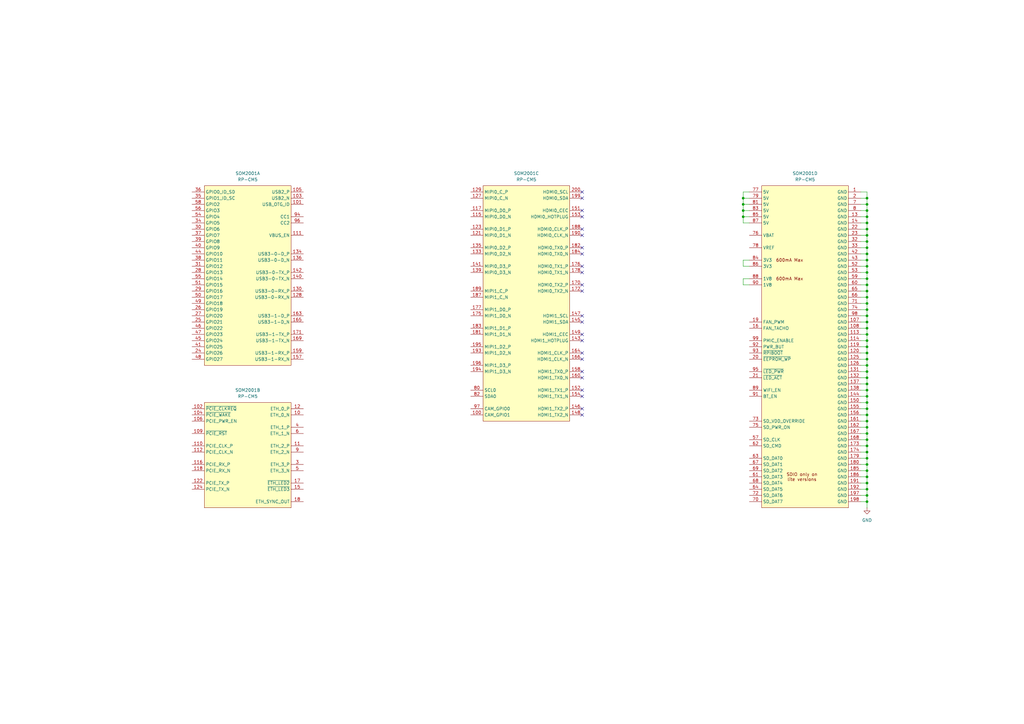
<source format=kicad_sch>
(kicad_sch
	(version 20250114)
	(generator "eeschema")
	(generator_version "9.0")
	(uuid "ee21e47f-4186-447f-bb16-cd8fc77c31a7")
	(paper "A3")
	(lib_symbols
		(symbol "SOM:RP-CM5"
			(exclude_from_sim no)
			(in_bom yes)
			(on_board yes)
			(property "Reference" "SOM"
				(at 0 5.08 0)
				(effects
					(font
						(size 1.27 1.27)
					)
				)
			)
			(property "Value" "RP-CM5"
				(at 0 2.54 0)
				(effects
					(font
						(size 1.27 1.27)
					)
				)
			)
			(property "Footprint" "project_footprints:Raspberry-Pi-5-Compute-Module"
				(at 0 -137.16 0)
				(effects
					(font
						(size 1.27 1.27)
					)
					(hide yes)
				)
			)
			(property "Datasheet" "https://pip-assets.raspberrypi.com/categories/944-raspberry-pi-compute-module-5/documents/RP-008180-DS-6-cm5-datasheet.pdf?disposition=inline"
				(at 0 -144.78 0)
				(effects
					(font
						(size 1.27 1.27)
					)
					(hide yes)
				)
			)
			(property "Description" "RaspberryPi Compute module 5"
				(at 0 -134.62 0)
				(effects
					(font
						(size 1.27 1.27)
					)
					(hide yes)
				)
			)
			(property "Field4" "Amphenol"
				(at 0 -139.7 0)
				(effects
					(font
						(size 1.27 1.27)
					)
					(hide yes)
				)
			)
			(property "Field5" "2x 10164227-1001A1RLF"
				(at 0 -142.24 0)
				(effects
					(font
						(size 1.27 1.27)
					)
					(hide yes)
				)
			)
			(property "ki_locked" ""
				(at 0 0 0)
				(effects
					(font
						(size 1.27 1.27)
					)
				)
			)
			(symbol "RP-CM5_1_1"
				(rectangle
					(start -17.78 0)
					(end 17.78 -73.66)
					(stroke
						(width 0)
						(type solid)
					)
					(fill
						(type background)
					)
				)
				(pin passive line
					(at -22.86 -2.54 0)
					(length 5.08)
					(name "GPIO0_ID_SD"
						(effects
							(font
								(size 1.27 1.27)
							)
						)
					)
					(number "36"
						(effects
							(font
								(size 1.27 1.27)
							)
						)
					)
				)
				(pin passive line
					(at -22.86 -5.08 0)
					(length 5.08)
					(name "GPIO1_ID_SC"
						(effects
							(font
								(size 1.27 1.27)
							)
						)
					)
					(number "35"
						(effects
							(font
								(size 1.27 1.27)
							)
						)
					)
				)
				(pin passive line
					(at -22.86 -7.62 0)
					(length 5.08)
					(name "GPIO2"
						(effects
							(font
								(size 1.27 1.27)
							)
						)
					)
					(number "58"
						(effects
							(font
								(size 1.27 1.27)
							)
						)
					)
				)
				(pin passive line
					(at -22.86 -10.16 0)
					(length 5.08)
					(name "GPIO3"
						(effects
							(font
								(size 1.27 1.27)
							)
						)
					)
					(number "56"
						(effects
							(font
								(size 1.27 1.27)
							)
						)
					)
				)
				(pin passive line
					(at -22.86 -12.7 0)
					(length 5.08)
					(name "GPIO4"
						(effects
							(font
								(size 1.27 1.27)
							)
						)
					)
					(number "54"
						(effects
							(font
								(size 1.27 1.27)
							)
						)
					)
				)
				(pin passive line
					(at -22.86 -15.24 0)
					(length 5.08)
					(name "GPIO5"
						(effects
							(font
								(size 1.27 1.27)
							)
						)
					)
					(number "34"
						(effects
							(font
								(size 1.27 1.27)
							)
						)
					)
				)
				(pin passive line
					(at -22.86 -17.78 0)
					(length 5.08)
					(name "GPIO6"
						(effects
							(font
								(size 1.27 1.27)
							)
						)
					)
					(number "30"
						(effects
							(font
								(size 1.27 1.27)
							)
						)
					)
				)
				(pin passive line
					(at -22.86 -20.32 0)
					(length 5.08)
					(name "GPIO7"
						(effects
							(font
								(size 1.27 1.27)
							)
						)
					)
					(number "37"
						(effects
							(font
								(size 1.27 1.27)
							)
						)
					)
				)
				(pin passive line
					(at -22.86 -22.86 0)
					(length 5.08)
					(name "GPIO8"
						(effects
							(font
								(size 1.27 1.27)
							)
						)
					)
					(number "39"
						(effects
							(font
								(size 1.27 1.27)
							)
						)
					)
				)
				(pin passive line
					(at -22.86 -25.4 0)
					(length 5.08)
					(name "GPIO9"
						(effects
							(font
								(size 1.27 1.27)
							)
						)
					)
					(number "40"
						(effects
							(font
								(size 1.27 1.27)
							)
						)
					)
				)
				(pin passive line
					(at -22.86 -27.94 0)
					(length 5.08)
					(name "GPIO10"
						(effects
							(font
								(size 1.27 1.27)
							)
						)
					)
					(number "44"
						(effects
							(font
								(size 1.27 1.27)
							)
						)
					)
				)
				(pin passive line
					(at -22.86 -30.48 0)
					(length 5.08)
					(name "GPIO11"
						(effects
							(font
								(size 1.27 1.27)
							)
						)
					)
					(number "38"
						(effects
							(font
								(size 1.27 1.27)
							)
						)
					)
				)
				(pin passive line
					(at -22.86 -33.02 0)
					(length 5.08)
					(name "GPIO12"
						(effects
							(font
								(size 1.27 1.27)
							)
						)
					)
					(number "31"
						(effects
							(font
								(size 1.27 1.27)
							)
						)
					)
				)
				(pin passive line
					(at -22.86 -35.56 0)
					(length 5.08)
					(name "GPIO13"
						(effects
							(font
								(size 1.27 1.27)
							)
						)
					)
					(number "28"
						(effects
							(font
								(size 1.27 1.27)
							)
						)
					)
				)
				(pin passive line
					(at -22.86 -38.1 0)
					(length 5.08)
					(name "GPIO14"
						(effects
							(font
								(size 1.27 1.27)
							)
						)
					)
					(number "55"
						(effects
							(font
								(size 1.27 1.27)
							)
						)
					)
				)
				(pin passive line
					(at -22.86 -40.64 0)
					(length 5.08)
					(name "GPIO15"
						(effects
							(font
								(size 1.27 1.27)
							)
						)
					)
					(number "51"
						(effects
							(font
								(size 1.27 1.27)
							)
						)
					)
				)
				(pin passive line
					(at -22.86 -43.18 0)
					(length 5.08)
					(name "GPIO16"
						(effects
							(font
								(size 1.27 1.27)
							)
						)
					)
					(number "29"
						(effects
							(font
								(size 1.27 1.27)
							)
						)
					)
				)
				(pin passive line
					(at -22.86 -45.72 0)
					(length 5.08)
					(name "GPIO17"
						(effects
							(font
								(size 1.27 1.27)
							)
						)
					)
					(number "50"
						(effects
							(font
								(size 1.27 1.27)
							)
						)
					)
				)
				(pin passive line
					(at -22.86 -48.26 0)
					(length 5.08)
					(name "GPIO18"
						(effects
							(font
								(size 1.27 1.27)
							)
						)
					)
					(number "49"
						(effects
							(font
								(size 1.27 1.27)
							)
						)
					)
				)
				(pin passive line
					(at -22.86 -50.8 0)
					(length 5.08)
					(name "GPIO19"
						(effects
							(font
								(size 1.27 1.27)
							)
						)
					)
					(number "26"
						(effects
							(font
								(size 1.27 1.27)
							)
						)
					)
				)
				(pin passive line
					(at -22.86 -53.34 0)
					(length 5.08)
					(name "GPIO20"
						(effects
							(font
								(size 1.27 1.27)
							)
						)
					)
					(number "27"
						(effects
							(font
								(size 1.27 1.27)
							)
						)
					)
				)
				(pin passive line
					(at -22.86 -55.88 0)
					(length 5.08)
					(name "GPIO21"
						(effects
							(font
								(size 1.27 1.27)
							)
						)
					)
					(number "25"
						(effects
							(font
								(size 1.27 1.27)
							)
						)
					)
				)
				(pin passive line
					(at -22.86 -58.42 0)
					(length 5.08)
					(name "GPIO22"
						(effects
							(font
								(size 1.27 1.27)
							)
						)
					)
					(number "46"
						(effects
							(font
								(size 1.27 1.27)
							)
						)
					)
				)
				(pin passive line
					(at -22.86 -60.96 0)
					(length 5.08)
					(name "GPIO23"
						(effects
							(font
								(size 1.27 1.27)
							)
						)
					)
					(number "47"
						(effects
							(font
								(size 1.27 1.27)
							)
						)
					)
				)
				(pin passive line
					(at -22.86 -63.5 0)
					(length 5.08)
					(name "GPIO24"
						(effects
							(font
								(size 1.27 1.27)
							)
						)
					)
					(number "45"
						(effects
							(font
								(size 1.27 1.27)
							)
						)
					)
				)
				(pin passive line
					(at -22.86 -66.04 0)
					(length 5.08)
					(name "GPIO25"
						(effects
							(font
								(size 1.27 1.27)
							)
						)
					)
					(number "41"
						(effects
							(font
								(size 1.27 1.27)
							)
						)
					)
				)
				(pin passive line
					(at -22.86 -68.58 0)
					(length 5.08)
					(name "GPIO26"
						(effects
							(font
								(size 1.27 1.27)
							)
						)
					)
					(number "24"
						(effects
							(font
								(size 1.27 1.27)
							)
						)
					)
				)
				(pin passive line
					(at -22.86 -71.12 0)
					(length 5.08)
					(name "GPIO27"
						(effects
							(font
								(size 1.27 1.27)
							)
						)
					)
					(number "48"
						(effects
							(font
								(size 1.27 1.27)
							)
						)
					)
				)
				(pin passive line
					(at 22.86 -2.54 180)
					(length 5.08)
					(name "USB2_P"
						(effects
							(font
								(size 1.27 1.27)
							)
						)
					)
					(number "105"
						(effects
							(font
								(size 1.27 1.27)
							)
						)
					)
				)
				(pin passive line
					(at 22.86 -5.08 180)
					(length 5.08)
					(name "USB2_N"
						(effects
							(font
								(size 1.27 1.27)
							)
						)
					)
					(number "103"
						(effects
							(font
								(size 1.27 1.27)
							)
						)
					)
				)
				(pin input line
					(at 22.86 -7.62 180)
					(length 5.08)
					(name "USB_OTG_ID"
						(effects
							(font
								(size 1.27 1.27)
							)
						)
					)
					(number "101"
						(effects
							(font
								(size 1.27 1.27)
							)
						)
					)
				)
				(pin passive line
					(at 22.86 -12.7 180)
					(length 5.08)
					(name "CC1"
						(effects
							(font
								(size 1.27 1.27)
							)
						)
					)
					(number "94"
						(effects
							(font
								(size 1.27 1.27)
							)
						)
					)
				)
				(pin passive line
					(at 22.86 -15.24 180)
					(length 5.08)
					(name "CC2"
						(effects
							(font
								(size 1.27 1.27)
							)
						)
					)
					(number "96"
						(effects
							(font
								(size 1.27 1.27)
							)
						)
					)
				)
				(pin output line
					(at 22.86 -20.32 180)
					(length 5.08)
					(name "VBUS_EN"
						(effects
							(font
								(size 1.27 1.27)
							)
						)
					)
					(number "111"
						(effects
							(font
								(size 1.27 1.27)
							)
						)
					)
				)
				(pin passive line
					(at 22.86 -27.94 180)
					(length 5.08)
					(name "USB3-0-D_P"
						(effects
							(font
								(size 1.27 1.27)
							)
						)
					)
					(number "134"
						(effects
							(font
								(size 1.27 1.27)
							)
						)
					)
				)
				(pin passive line
					(at 22.86 -30.48 180)
					(length 5.08)
					(name "USB3-0-D_N"
						(effects
							(font
								(size 1.27 1.27)
							)
						)
					)
					(number "136"
						(effects
							(font
								(size 1.27 1.27)
							)
						)
					)
				)
				(pin output line
					(at 22.86 -35.56 180)
					(length 5.08)
					(name "USB3-0-TX_P"
						(effects
							(font
								(size 1.27 1.27)
							)
						)
					)
					(number "142"
						(effects
							(font
								(size 1.27 1.27)
							)
						)
					)
				)
				(pin output line
					(at 22.86 -38.1 180)
					(length 5.08)
					(name "USB3-0-TX_N"
						(effects
							(font
								(size 1.27 1.27)
							)
						)
					)
					(number "140"
						(effects
							(font
								(size 1.27 1.27)
							)
						)
					)
				)
				(pin input line
					(at 22.86 -43.18 180)
					(length 5.08)
					(name "USB3-0-RX_P"
						(effects
							(font
								(size 1.27 1.27)
							)
						)
					)
					(number "130"
						(effects
							(font
								(size 1.27 1.27)
							)
						)
					)
				)
				(pin input line
					(at 22.86 -45.72 180)
					(length 5.08)
					(name "USB3-0-RX_N"
						(effects
							(font
								(size 1.27 1.27)
							)
						)
					)
					(number "128"
						(effects
							(font
								(size 1.27 1.27)
							)
						)
					)
				)
				(pin passive line
					(at 22.86 -53.34 180)
					(length 5.08)
					(name "USB3-1-D_P"
						(effects
							(font
								(size 1.27 1.27)
							)
						)
					)
					(number "163"
						(effects
							(font
								(size 1.27 1.27)
							)
						)
					)
				)
				(pin passive line
					(at 22.86 -55.88 180)
					(length 5.08)
					(name "USB3-1-D_N"
						(effects
							(font
								(size 1.27 1.27)
							)
						)
					)
					(number "165"
						(effects
							(font
								(size 1.27 1.27)
							)
						)
					)
				)
				(pin output line
					(at 22.86 -60.96 180)
					(length 5.08)
					(name "USB3-1-TX_P"
						(effects
							(font
								(size 1.27 1.27)
							)
						)
					)
					(number "171"
						(effects
							(font
								(size 1.27 1.27)
							)
						)
					)
				)
				(pin output line
					(at 22.86 -63.5 180)
					(length 5.08)
					(name "USB3-1-TX_N"
						(effects
							(font
								(size 1.27 1.27)
							)
						)
					)
					(number "169"
						(effects
							(font
								(size 1.27 1.27)
							)
						)
					)
				)
				(pin input line
					(at 22.86 -68.58 180)
					(length 5.08)
					(name "USB3-1-RX_P"
						(effects
							(font
								(size 1.27 1.27)
							)
						)
					)
					(number "159"
						(effects
							(font
								(size 1.27 1.27)
							)
						)
					)
				)
				(pin input line
					(at 22.86 -71.12 180)
					(length 5.08)
					(name "USB3-1-RX_N"
						(effects
							(font
								(size 1.27 1.27)
							)
						)
					)
					(number "157"
						(effects
							(font
								(size 1.27 1.27)
							)
						)
					)
				)
			)
			(symbol "RP-CM5_2_1"
				(rectangle
					(start -17.78 0)
					(end 17.78 -43.18)
					(stroke
						(width 0)
						(type solid)
					)
					(fill
						(type background)
					)
				)
				(pin input line
					(at -22.86 -2.54 0)
					(length 5.08)
					(name "~{PCIE_CLKREQ}"
						(effects
							(font
								(size 1.27 1.27)
							)
						)
					)
					(number "102"
						(effects
							(font
								(size 1.27 1.27)
							)
						)
					)
				)
				(pin input line
					(at -22.86 -5.08 0)
					(length 5.08)
					(name "~{PCIE_WAKE}"
						(effects
							(font
								(size 1.27 1.27)
							)
						)
					)
					(number "104"
						(effects
							(font
								(size 1.27 1.27)
							)
						)
					)
				)
				(pin output line
					(at -22.86 -7.62 0)
					(length 5.08)
					(name "PCIE_PWR_EN"
						(effects
							(font
								(size 1.27 1.27)
							)
						)
					)
					(number "106"
						(effects
							(font
								(size 1.27 1.27)
							)
						)
					)
				)
				(pin output line
					(at -22.86 -12.7 0)
					(length 5.08)
					(name "~{PCIE_RST}"
						(effects
							(font
								(size 1.27 1.27)
							)
						)
					)
					(number "109"
						(effects
							(font
								(size 1.27 1.27)
							)
						)
					)
				)
				(pin output line
					(at -22.86 -17.78 0)
					(length 5.08)
					(name "PCIE_CLK_P"
						(effects
							(font
								(size 1.27 1.27)
							)
						)
					)
					(number "110"
						(effects
							(font
								(size 1.27 1.27)
							)
						)
					)
				)
				(pin output line
					(at -22.86 -20.32 0)
					(length 5.08)
					(name "PCIE_CLK_N"
						(effects
							(font
								(size 1.27 1.27)
							)
						)
					)
					(number "112"
						(effects
							(font
								(size 1.27 1.27)
							)
						)
					)
				)
				(pin input line
					(at -22.86 -25.4 0)
					(length 5.08)
					(name "PCIE_RX_P"
						(effects
							(font
								(size 1.27 1.27)
							)
						)
					)
					(number "116"
						(effects
							(font
								(size 1.27 1.27)
							)
						)
					)
				)
				(pin input line
					(at -22.86 -27.94 0)
					(length 5.08)
					(name "PCIE_RX_N"
						(effects
							(font
								(size 1.27 1.27)
							)
						)
					)
					(number "118"
						(effects
							(font
								(size 1.27 1.27)
							)
						)
					)
				)
				(pin output line
					(at -22.86 -33.02 0)
					(length 5.08)
					(name "PCIE_TX_P"
						(effects
							(font
								(size 1.27 1.27)
							)
						)
					)
					(number "122"
						(effects
							(font
								(size 1.27 1.27)
							)
						)
					)
				)
				(pin output line
					(at -22.86 -35.56 0)
					(length 5.08)
					(name "PCIE_TX_N"
						(effects
							(font
								(size 1.27 1.27)
							)
						)
					)
					(number "124"
						(effects
							(font
								(size 1.27 1.27)
							)
						)
					)
				)
				(pin bidirectional line
					(at 22.86 -2.54 180)
					(length 5.08)
					(name "ETH_0_P"
						(effects
							(font
								(size 1.27 1.27)
							)
						)
					)
					(number "12"
						(effects
							(font
								(size 1.27 1.27)
							)
						)
					)
				)
				(pin bidirectional line
					(at 22.86 -5.08 180)
					(length 5.08)
					(name "ETH_0_N"
						(effects
							(font
								(size 1.27 1.27)
							)
						)
					)
					(number "10"
						(effects
							(font
								(size 1.27 1.27)
							)
						)
					)
				)
				(pin bidirectional line
					(at 22.86 -10.16 180)
					(length 5.08)
					(name "ETH_1_P"
						(effects
							(font
								(size 1.27 1.27)
							)
						)
					)
					(number "4"
						(effects
							(font
								(size 1.27 1.27)
							)
						)
					)
				)
				(pin bidirectional line
					(at 22.86 -12.7 180)
					(length 5.08)
					(name "ETH_1_N"
						(effects
							(font
								(size 1.27 1.27)
							)
						)
					)
					(number "6"
						(effects
							(font
								(size 1.27 1.27)
							)
						)
					)
				)
				(pin bidirectional line
					(at 22.86 -17.78 180)
					(length 5.08)
					(name "ETH_2_P"
						(effects
							(font
								(size 1.27 1.27)
							)
						)
					)
					(number "11"
						(effects
							(font
								(size 1.27 1.27)
							)
						)
					)
				)
				(pin bidirectional line
					(at 22.86 -20.32 180)
					(length 5.08)
					(name "ETH_2_N"
						(effects
							(font
								(size 1.27 1.27)
							)
						)
					)
					(number "9"
						(effects
							(font
								(size 1.27 1.27)
							)
						)
					)
				)
				(pin bidirectional line
					(at 22.86 -25.4 180)
					(length 5.08)
					(name "ETH_3_P"
						(effects
							(font
								(size 1.27 1.27)
							)
						)
					)
					(number "3"
						(effects
							(font
								(size 1.27 1.27)
							)
						)
					)
				)
				(pin bidirectional line
					(at 22.86 -27.94 180)
					(length 5.08)
					(name "ETH_3_N"
						(effects
							(font
								(size 1.27 1.27)
							)
						)
					)
					(number "5"
						(effects
							(font
								(size 1.27 1.27)
							)
						)
					)
				)
				(pin output line
					(at 22.86 -33.02 180)
					(length 5.08)
					(name "~{ETH_LED2}"
						(effects
							(font
								(size 1.27 1.27)
							)
						)
					)
					(number "17"
						(effects
							(font
								(size 1.27 1.27)
							)
						)
					)
				)
				(pin output line
					(at 22.86 -35.56 180)
					(length 5.08)
					(name "~{ETH_LED3}"
						(effects
							(font
								(size 1.27 1.27)
							)
						)
					)
					(number "15"
						(effects
							(font
								(size 1.27 1.27)
							)
						)
					)
				)
				(pin bidirectional line
					(at 22.86 -40.64 180)
					(length 5.08)
					(name "ETH_SYNC_OUT"
						(effects
							(font
								(size 1.27 1.27)
							)
						)
					)
					(number "18"
						(effects
							(font
								(size 1.27 1.27)
							)
						)
					)
				)
			)
			(symbol "RP-CM5_3_1"
				(rectangle
					(start -17.78 0)
					(end 17.78 -96.52)
					(stroke
						(width 0)
						(type solid)
					)
					(fill
						(type background)
					)
				)
				(pin input line
					(at -22.86 -2.54 0)
					(length 5.08)
					(name "MIPI0_C_P"
						(effects
							(font
								(size 1.27 1.27)
							)
						)
					)
					(number "129"
						(effects
							(font
								(size 1.27 1.27)
							)
						)
					)
				)
				(pin input line
					(at -22.86 -5.08 0)
					(length 5.08)
					(name "MIPI0_C_N"
						(effects
							(font
								(size 1.27 1.27)
							)
						)
					)
					(number "127"
						(effects
							(font
								(size 1.27 1.27)
							)
						)
					)
				)
				(pin input line
					(at -22.86 -10.16 0)
					(length 5.08)
					(name "MIPI0_D0_P"
						(effects
							(font
								(size 1.27 1.27)
							)
						)
					)
					(number "117"
						(effects
							(font
								(size 1.27 1.27)
							)
						)
					)
				)
				(pin input line
					(at -22.86 -12.7 0)
					(length 5.08)
					(name "MIPI0_D0_N"
						(effects
							(font
								(size 1.27 1.27)
							)
						)
					)
					(number "115"
						(effects
							(font
								(size 1.27 1.27)
							)
						)
					)
				)
				(pin input line
					(at -22.86 -17.78 0)
					(length 5.08)
					(name "MIPI0_D1_P"
						(effects
							(font
								(size 1.27 1.27)
							)
						)
					)
					(number "123"
						(effects
							(font
								(size 1.27 1.27)
							)
						)
					)
				)
				(pin input line
					(at -22.86 -20.32 0)
					(length 5.08)
					(name "MIPI0_D1_N"
						(effects
							(font
								(size 1.27 1.27)
							)
						)
					)
					(number "121"
						(effects
							(font
								(size 1.27 1.27)
							)
						)
					)
				)
				(pin input line
					(at -22.86 -25.4 0)
					(length 5.08)
					(name "MIPI0_D2_P"
						(effects
							(font
								(size 1.27 1.27)
							)
						)
					)
					(number "135"
						(effects
							(font
								(size 1.27 1.27)
							)
						)
					)
				)
				(pin input line
					(at -22.86 -27.94 0)
					(length 5.08)
					(name "MIPI0_D2_N"
						(effects
							(font
								(size 1.27 1.27)
							)
						)
					)
					(number "133"
						(effects
							(font
								(size 1.27 1.27)
							)
						)
					)
				)
				(pin input line
					(at -22.86 -33.02 0)
					(length 5.08)
					(name "MIPI0_D3_P"
						(effects
							(font
								(size 1.27 1.27)
							)
						)
					)
					(number "141"
						(effects
							(font
								(size 1.27 1.27)
							)
						)
					)
				)
				(pin input line
					(at -22.86 -35.56 0)
					(length 5.08)
					(name "MIPI0_D3_N"
						(effects
							(font
								(size 1.27 1.27)
							)
						)
					)
					(number "139"
						(effects
							(font
								(size 1.27 1.27)
							)
						)
					)
				)
				(pin output line
					(at -22.86 -43.18 0)
					(length 5.08)
					(name "MIPI1_C_P"
						(effects
							(font
								(size 1.27 1.27)
							)
						)
					)
					(number "189"
						(effects
							(font
								(size 1.27 1.27)
							)
						)
					)
				)
				(pin output line
					(at -22.86 -45.72 0)
					(length 5.08)
					(name "MIPI1_C_N"
						(effects
							(font
								(size 1.27 1.27)
							)
						)
					)
					(number "187"
						(effects
							(font
								(size 1.27 1.27)
							)
						)
					)
				)
				(pin output line
					(at -22.86 -50.8 0)
					(length 5.08)
					(name "MIPI1_D0_P"
						(effects
							(font
								(size 1.27 1.27)
							)
						)
					)
					(number "177"
						(effects
							(font
								(size 1.27 1.27)
							)
						)
					)
				)
				(pin output line
					(at -22.86 -53.34 0)
					(length 5.08)
					(name "MIPI1_D0_N"
						(effects
							(font
								(size 1.27 1.27)
							)
						)
					)
					(number "175"
						(effects
							(font
								(size 1.27 1.27)
							)
						)
					)
				)
				(pin output line
					(at -22.86 -58.42 0)
					(length 5.08)
					(name "MIPI1_D1_P"
						(effects
							(font
								(size 1.27 1.27)
							)
						)
					)
					(number "183"
						(effects
							(font
								(size 1.27 1.27)
							)
						)
					)
				)
				(pin output line
					(at -22.86 -60.96 0)
					(length 5.08)
					(name "MIPI1_D1_N"
						(effects
							(font
								(size 1.27 1.27)
							)
						)
					)
					(number "181"
						(effects
							(font
								(size 1.27 1.27)
							)
						)
					)
				)
				(pin output line
					(at -22.86 -66.04 0)
					(length 5.08)
					(name "MIPI1_D2_P"
						(effects
							(font
								(size 1.27 1.27)
							)
						)
					)
					(number "195"
						(effects
							(font
								(size 1.27 1.27)
							)
						)
					)
				)
				(pin output line
					(at -22.86 -68.58 0)
					(length 5.08)
					(name "MIPI1_D2_N"
						(effects
							(font
								(size 1.27 1.27)
							)
						)
					)
					(number "193"
						(effects
							(font
								(size 1.27 1.27)
							)
						)
					)
				)
				(pin output line
					(at -22.86 -73.66 0)
					(length 5.08)
					(name "MIPI1_D3_P"
						(effects
							(font
								(size 1.27 1.27)
							)
						)
					)
					(number "196"
						(effects
							(font
								(size 1.27 1.27)
							)
						)
					)
				)
				(pin output line
					(at -22.86 -76.2 0)
					(length 5.08)
					(name "MIPI1_D3_N"
						(effects
							(font
								(size 1.27 1.27)
							)
						)
					)
					(number "194"
						(effects
							(font
								(size 1.27 1.27)
							)
						)
					)
				)
				(pin passive line
					(at -22.86 -83.82 0)
					(length 5.08)
					(name "SCL0"
						(effects
							(font
								(size 1.27 1.27)
							)
						)
					)
					(number "80"
						(effects
							(font
								(size 1.27 1.27)
							)
						)
					)
				)
				(pin passive line
					(at -22.86 -86.36 0)
					(length 5.08)
					(name "SDA0"
						(effects
							(font
								(size 1.27 1.27)
							)
						)
					)
					(number "82"
						(effects
							(font
								(size 1.27 1.27)
							)
						)
					)
				)
				(pin passive line
					(at -22.86 -91.44 0)
					(length 5.08)
					(name "CAM_GPIO0"
						(effects
							(font
								(size 1.27 1.27)
							)
						)
					)
					(number "97"
						(effects
							(font
								(size 1.27 1.27)
							)
						)
					)
				)
				(pin passive line
					(at -22.86 -93.98 0)
					(length 5.08)
					(name "CAM_GPIO1"
						(effects
							(font
								(size 1.27 1.27)
							)
						)
					)
					(number "100"
						(effects
							(font
								(size 1.27 1.27)
							)
						)
					)
				)
				(pin open_collector line
					(at 22.86 -2.54 180)
					(length 5.08)
					(name "HDMI0_SCL"
						(effects
							(font
								(size 1.27 1.27)
							)
						)
					)
					(number "200"
						(effects
							(font
								(size 1.27 1.27)
							)
						)
					)
				)
				(pin bidirectional line
					(at 22.86 -5.08 180)
					(length 5.08)
					(name "HDMI0_SDA"
						(effects
							(font
								(size 1.27 1.27)
							)
						)
					)
					(number "199"
						(effects
							(font
								(size 1.27 1.27)
							)
						)
					)
				)
				(pin open_collector line
					(at 22.86 -10.16 180)
					(length 5.08)
					(name "HDMI0_CEC"
						(effects
							(font
								(size 1.27 1.27)
							)
						)
					)
					(number "151"
						(effects
							(font
								(size 1.27 1.27)
							)
						)
					)
				)
				(pin input line
					(at 22.86 -12.7 180)
					(length 5.08)
					(name "HDMI0_HOTPLUG"
						(effects
							(font
								(size 1.27 1.27)
							)
						)
					)
					(number "153"
						(effects
							(font
								(size 1.27 1.27)
							)
						)
					)
				)
				(pin output line
					(at 22.86 -17.78 180)
					(length 5.08)
					(name "HDMI0_CLK_P"
						(effects
							(font
								(size 1.27 1.27)
							)
						)
					)
					(number "188"
						(effects
							(font
								(size 1.27 1.27)
							)
						)
					)
				)
				(pin output line
					(at 22.86 -20.32 180)
					(length 5.08)
					(name "HDMI0_CLK_N"
						(effects
							(font
								(size 1.27 1.27)
							)
						)
					)
					(number "190"
						(effects
							(font
								(size 1.27 1.27)
							)
						)
					)
				)
				(pin output line
					(at 22.86 -25.4 180)
					(length 5.08)
					(name "HDMI0_TX0_P"
						(effects
							(font
								(size 1.27 1.27)
							)
						)
					)
					(number "182"
						(effects
							(font
								(size 1.27 1.27)
							)
						)
					)
				)
				(pin output line
					(at 22.86 -27.94 180)
					(length 5.08)
					(name "HDMI0_TX0_N"
						(effects
							(font
								(size 1.27 1.27)
							)
						)
					)
					(number "184"
						(effects
							(font
								(size 1.27 1.27)
							)
						)
					)
				)
				(pin output line
					(at 22.86 -33.02 180)
					(length 5.08)
					(name "HDMI0_TX1_P"
						(effects
							(font
								(size 1.27 1.27)
							)
						)
					)
					(number "176"
						(effects
							(font
								(size 1.27 1.27)
							)
						)
					)
				)
				(pin output line
					(at 22.86 -35.56 180)
					(length 5.08)
					(name "HDMI0_TX1_N"
						(effects
							(font
								(size 1.27 1.27)
							)
						)
					)
					(number "178"
						(effects
							(font
								(size 1.27 1.27)
							)
						)
					)
				)
				(pin output line
					(at 22.86 -40.64 180)
					(length 5.08)
					(name "HDMI0_TX2_P"
						(effects
							(font
								(size 1.27 1.27)
							)
						)
					)
					(number "170"
						(effects
							(font
								(size 1.27 1.27)
							)
						)
					)
				)
				(pin output line
					(at 22.86 -43.18 180)
					(length 5.08)
					(name "HDMI0_TX2_N"
						(effects
							(font
								(size 1.27 1.27)
							)
						)
					)
					(number "172"
						(effects
							(font
								(size 1.27 1.27)
							)
						)
					)
				)
				(pin open_collector line
					(at 22.86 -53.34 180)
					(length 5.08)
					(name "HDMI1_SCL"
						(effects
							(font
								(size 1.27 1.27)
							)
						)
					)
					(number "147"
						(effects
							(font
								(size 1.27 1.27)
							)
						)
					)
				)
				(pin bidirectional line
					(at 22.86 -55.88 180)
					(length 5.08)
					(name "HDMI1_SDA"
						(effects
							(font
								(size 1.27 1.27)
							)
						)
					)
					(number "145"
						(effects
							(font
								(size 1.27 1.27)
							)
						)
					)
				)
				(pin open_collector line
					(at 22.86 -60.96 180)
					(length 5.08)
					(name "HDMI1_CEC"
						(effects
							(font
								(size 1.27 1.27)
							)
						)
					)
					(number "149"
						(effects
							(font
								(size 1.27 1.27)
							)
						)
					)
				)
				(pin input line
					(at 22.86 -63.5 180)
					(length 5.08)
					(name "HDMI1_HOTPLUG"
						(effects
							(font
								(size 1.27 1.27)
							)
						)
					)
					(number "143"
						(effects
							(font
								(size 1.27 1.27)
							)
						)
					)
				)
				(pin output line
					(at 22.86 -68.58 180)
					(length 5.08)
					(name "HDMI1_CLK_P"
						(effects
							(font
								(size 1.27 1.27)
							)
						)
					)
					(number "164"
						(effects
							(font
								(size 1.27 1.27)
							)
						)
					)
				)
				(pin output line
					(at 22.86 -71.12 180)
					(length 5.08)
					(name "HDMI1_CLK_N"
						(effects
							(font
								(size 1.27 1.27)
							)
						)
					)
					(number "166"
						(effects
							(font
								(size 1.27 1.27)
							)
						)
					)
				)
				(pin output line
					(at 22.86 -76.2 180)
					(length 5.08)
					(name "HDMI1_TX0_P"
						(effects
							(font
								(size 1.27 1.27)
							)
						)
					)
					(number "158"
						(effects
							(font
								(size 1.27 1.27)
							)
						)
					)
				)
				(pin output line
					(at 22.86 -78.74 180)
					(length 5.08)
					(name "HDMI1_TX0_N"
						(effects
							(font
								(size 1.27 1.27)
							)
						)
					)
					(number "160"
						(effects
							(font
								(size 1.27 1.27)
							)
						)
					)
				)
				(pin output line
					(at 22.86 -83.82 180)
					(length 5.08)
					(name "HDMI1_TX1_P"
						(effects
							(font
								(size 1.27 1.27)
							)
						)
					)
					(number "152"
						(effects
							(font
								(size 1.27 1.27)
							)
						)
					)
				)
				(pin output line
					(at 22.86 -86.36 180)
					(length 5.08)
					(name "HDMI1_TX1_N"
						(effects
							(font
								(size 1.27 1.27)
							)
						)
					)
					(number "154"
						(effects
							(font
								(size 1.27 1.27)
							)
						)
					)
				)
				(pin output line
					(at 22.86 -91.44 180)
					(length 5.08)
					(name "HDMI1_TX2_P"
						(effects
							(font
								(size 1.27 1.27)
							)
						)
					)
					(number "146"
						(effects
							(font
								(size 1.27 1.27)
							)
						)
					)
				)
				(pin output line
					(at 22.86 -93.98 180)
					(length 5.08)
					(name "HDMI1_TX2_N"
						(effects
							(font
								(size 1.27 1.27)
							)
						)
					)
					(number "148"
						(effects
							(font
								(size 1.27 1.27)
							)
						)
					)
				)
			)
			(symbol "RP-CM5_4_1"
				(rectangle
					(start 17.78 0)
					(end -17.78 -132.08)
					(stroke
						(width 0)
						(type solid)
					)
					(fill
						(type background)
					)
				)
				(text "600mA Max"
					(at -6.35 -30.48 0)
					(effects
						(font
							(size 1.27 1.27)
						)
					)
				)
				(text "600mA Max"
					(at -6.35 -38.1 0)
					(effects
						(font
							(size 1.27 1.27)
						)
					)
				)
				(text "SDIO only on\nlite versions"
					(at -1.27 -119.38 0)
					(effects
						(font
							(size 1.27 1.27)
						)
					)
				)
				(pin power_in line
					(at -22.86 -2.54 0)
					(length 5.08)
					(name "5V"
						(effects
							(font
								(size 1.27 1.27)
							)
						)
					)
					(number "77"
						(effects
							(font
								(size 1.27 1.27)
							)
						)
					)
				)
				(pin power_in line
					(at -22.86 -5.08 0)
					(length 5.08)
					(name "5V"
						(effects
							(font
								(size 1.27 1.27)
							)
						)
					)
					(number "79"
						(effects
							(font
								(size 1.27 1.27)
							)
						)
					)
				)
				(pin power_in line
					(at -22.86 -7.62 0)
					(length 5.08)
					(name "5V"
						(effects
							(font
								(size 1.27 1.27)
							)
						)
					)
					(number "81"
						(effects
							(font
								(size 1.27 1.27)
							)
						)
					)
				)
				(pin power_in line
					(at -22.86 -10.16 0)
					(length 5.08)
					(name "5V"
						(effects
							(font
								(size 1.27 1.27)
							)
						)
					)
					(number "83"
						(effects
							(font
								(size 1.27 1.27)
							)
						)
					)
				)
				(pin power_in line
					(at -22.86 -12.7 0)
					(length 5.08)
					(name "5V"
						(effects
							(font
								(size 1.27 1.27)
							)
						)
					)
					(number "85"
						(effects
							(font
								(size 1.27 1.27)
							)
						)
					)
				)
				(pin power_in line
					(at -22.86 -15.24 0)
					(length 5.08)
					(name "5V"
						(effects
							(font
								(size 1.27 1.27)
							)
						)
					)
					(number "87"
						(effects
							(font
								(size 1.27 1.27)
							)
						)
					)
				)
				(pin passive line
					(at -22.86 -20.32 0)
					(length 5.08)
					(name "VBAT"
						(effects
							(font
								(size 1.27 1.27)
							)
						)
					)
					(number "76"
						(effects
							(font
								(size 1.27 1.27)
							)
						)
					)
				)
				(pin power_in line
					(at -22.86 -25.4 0)
					(length 5.08)
					(name "VREF"
						(effects
							(font
								(size 1.27 1.27)
							)
						)
					)
					(number "78"
						(effects
							(font
								(size 1.27 1.27)
							)
						)
					)
				)
				(pin power_out line
					(at -22.86 -30.48 0)
					(length 5.08)
					(name "3V3"
						(effects
							(font
								(size 1.27 1.27)
							)
						)
					)
					(number "84"
						(effects
							(font
								(size 1.27 1.27)
							)
						)
					)
				)
				(pin power_out line
					(at -22.86 -33.02 0)
					(length 5.08)
					(name "3V3"
						(effects
							(font
								(size 1.27 1.27)
							)
						)
					)
					(number "86"
						(effects
							(font
								(size 1.27 1.27)
							)
						)
					)
				)
				(pin power_out line
					(at -22.86 -38.1 0)
					(length 5.08)
					(name "1V8"
						(effects
							(font
								(size 1.27 1.27)
							)
						)
					)
					(number "88"
						(effects
							(font
								(size 1.27 1.27)
							)
						)
					)
				)
				(pin power_out line
					(at -22.86 -40.64 0)
					(length 5.08)
					(name "1V8"
						(effects
							(font
								(size 1.27 1.27)
							)
						)
					)
					(number "90"
						(effects
							(font
								(size 1.27 1.27)
							)
						)
					)
				)
				(pin output line
					(at -22.86 -55.88 0)
					(length 5.08)
					(name "FAN_PWM"
						(effects
							(font
								(size 1.27 1.27)
							)
						)
					)
					(number "19"
						(effects
							(font
								(size 1.27 1.27)
							)
						)
					)
				)
				(pin input line
					(at -22.86 -58.42 0)
					(length 5.08)
					(name "FAN_TACHO"
						(effects
							(font
								(size 1.27 1.27)
							)
						)
					)
					(number "16"
						(effects
							(font
								(size 1.27 1.27)
							)
						)
					)
				)
				(pin input line
					(at -22.86 -63.5 0)
					(length 5.08)
					(name "PMIC_ENABLE"
						(effects
							(font
								(size 1.27 1.27)
							)
						)
					)
					(number "99"
						(effects
							(font
								(size 1.27 1.27)
							)
						)
					)
				)
				(pin passive line
					(at -22.86 -66.04 0)
					(length 5.08)
					(name "PWR_BUT"
						(effects
							(font
								(size 1.27 1.27)
							)
						)
					)
					(number "92"
						(effects
							(font
								(size 1.27 1.27)
							)
						)
					)
				)
				(pin input line
					(at -22.86 -68.58 0)
					(length 5.08)
					(name "~{RPIBOOT}"
						(effects
							(font
								(size 1.27 1.27)
							)
						)
					)
					(number "93"
						(effects
							(font
								(size 1.27 1.27)
							)
						)
					)
				)
				(pin passive line
					(at -22.86 -71.12 0)
					(length 5.08)
					(name "~{EEPROM_WP}"
						(effects
							(font
								(size 1.27 1.27)
							)
						)
					)
					(number "20"
						(effects
							(font
								(size 1.27 1.27)
							)
						)
					)
				)
				(pin output line
					(at -22.86 -76.2 0)
					(length 5.08)
					(name "~{LED_PWR}"
						(effects
							(font
								(size 1.27 1.27)
							)
						)
					)
					(number "95"
						(effects
							(font
								(size 1.27 1.27)
							)
						)
					)
				)
				(pin open_collector line
					(at -22.86 -78.74 0)
					(length 5.08)
					(name "~{LED_ACT}"
						(effects
							(font
								(size 1.27 1.27)
							)
						)
					)
					(number "21"
						(effects
							(font
								(size 1.27 1.27)
							)
						)
					)
				)
				(pin input line
					(at -22.86 -83.82 0)
					(length 5.08)
					(name "WIFI_EN"
						(effects
							(font
								(size 1.27 1.27)
							)
						)
					)
					(number "89"
						(effects
							(font
								(size 1.27 1.27)
							)
						)
					)
				)
				(pin input line
					(at -22.86 -86.36 0)
					(length 5.08)
					(name "BT_EN"
						(effects
							(font
								(size 1.27 1.27)
							)
						)
					)
					(number "91"
						(effects
							(font
								(size 1.27 1.27)
							)
						)
					)
				)
				(pin input line
					(at -22.86 -96.52 0)
					(length 5.08)
					(name "SD_VDD_OVERRIDE"
						(effects
							(font
								(size 1.27 1.27)
							)
						)
					)
					(number "73"
						(effects
							(font
								(size 1.27 1.27)
							)
						)
					)
				)
				(pin output line
					(at -22.86 -99.06 0)
					(length 5.08)
					(name "SD_PWR_ON"
						(effects
							(font
								(size 1.27 1.27)
							)
						)
					)
					(number "75"
						(effects
							(font
								(size 1.27 1.27)
							)
						)
					)
				)
				(pin passive line
					(at -22.86 -104.14 0)
					(length 5.08)
					(name "SD_CLK"
						(effects
							(font
								(size 1.27 1.27)
							)
						)
					)
					(number "57"
						(effects
							(font
								(size 1.27 1.27)
							)
						)
					)
				)
				(pin passive line
					(at -22.86 -106.68 0)
					(length 5.08)
					(name "SD_CMD"
						(effects
							(font
								(size 1.27 1.27)
							)
						)
					)
					(number "62"
						(effects
							(font
								(size 1.27 1.27)
							)
						)
					)
				)
				(pin passive line
					(at -22.86 -111.76 0)
					(length 5.08)
					(name "SD_DAT0"
						(effects
							(font
								(size 1.27 1.27)
							)
						)
					)
					(number "63"
						(effects
							(font
								(size 1.27 1.27)
							)
						)
					)
				)
				(pin passive line
					(at -22.86 -114.3 0)
					(length 5.08)
					(name "SD_DAT1"
						(effects
							(font
								(size 1.27 1.27)
							)
						)
					)
					(number "67"
						(effects
							(font
								(size 1.27 1.27)
							)
						)
					)
				)
				(pin passive line
					(at -22.86 -116.84 0)
					(length 5.08)
					(name "SD_DAT2"
						(effects
							(font
								(size 1.27 1.27)
							)
						)
					)
					(number "69"
						(effects
							(font
								(size 1.27 1.27)
							)
						)
					)
				)
				(pin passive line
					(at -22.86 -119.38 0)
					(length 5.08)
					(name "SD_DAT3"
						(effects
							(font
								(size 1.27 1.27)
							)
						)
					)
					(number "61"
						(effects
							(font
								(size 1.27 1.27)
							)
						)
					)
				)
				(pin passive line
					(at -22.86 -121.92 0)
					(length 5.08)
					(name "SD_DAT4"
						(effects
							(font
								(size 1.27 1.27)
							)
						)
					)
					(number "68"
						(effects
							(font
								(size 1.27 1.27)
							)
						)
					)
				)
				(pin passive line
					(at -22.86 -124.46 0)
					(length 5.08)
					(name "SD_DAT5"
						(effects
							(font
								(size 1.27 1.27)
							)
						)
					)
					(number "64"
						(effects
							(font
								(size 1.27 1.27)
							)
						)
					)
				)
				(pin passive line
					(at -22.86 -127 0)
					(length 5.08)
					(name "SD_DAT6"
						(effects
							(font
								(size 1.27 1.27)
							)
						)
					)
					(number "72"
						(effects
							(font
								(size 1.27 1.27)
							)
						)
					)
				)
				(pin passive line
					(at -22.86 -129.54 0)
					(length 5.08)
					(name "SD_DAT7"
						(effects
							(font
								(size 1.27 1.27)
							)
						)
					)
					(number "70"
						(effects
							(font
								(size 1.27 1.27)
							)
						)
					)
				)
				(pin power_in line
					(at 22.86 -2.54 180)
					(length 5.08)
					(name "GND"
						(effects
							(font
								(size 1.27 1.27)
							)
						)
					)
					(number "1"
						(effects
							(font
								(size 1.27 1.27)
							)
						)
					)
				)
				(pin power_in line
					(at 22.86 -5.08 180)
					(length 5.08)
					(name "GND"
						(effects
							(font
								(size 1.27 1.27)
							)
						)
					)
					(number "2"
						(effects
							(font
								(size 1.27 1.27)
							)
						)
					)
				)
				(pin power_in line
					(at 22.86 -7.62 180)
					(length 5.08)
					(name "GND"
						(effects
							(font
								(size 1.27 1.27)
							)
						)
					)
					(number "7"
						(effects
							(font
								(size 1.27 1.27)
							)
						)
					)
				)
				(pin power_in line
					(at 22.86 -10.16 180)
					(length 5.08)
					(name "GND"
						(effects
							(font
								(size 1.27 1.27)
							)
						)
					)
					(number "8"
						(effects
							(font
								(size 1.27 1.27)
							)
						)
					)
				)
				(pin power_in line
					(at 22.86 -12.7 180)
					(length 5.08)
					(name "GND"
						(effects
							(font
								(size 1.27 1.27)
							)
						)
					)
					(number "13"
						(effects
							(font
								(size 1.27 1.27)
							)
						)
					)
				)
				(pin power_in line
					(at 22.86 -15.24 180)
					(length 5.08)
					(name "GND"
						(effects
							(font
								(size 1.27 1.27)
							)
						)
					)
					(number "14"
						(effects
							(font
								(size 1.27 1.27)
							)
						)
					)
				)
				(pin power_in line
					(at 22.86 -17.78 180)
					(length 5.08)
					(name "GND"
						(effects
							(font
								(size 1.27 1.27)
							)
						)
					)
					(number "22"
						(effects
							(font
								(size 1.27 1.27)
							)
						)
					)
				)
				(pin power_in line
					(at 22.86 -20.32 180)
					(length 5.08)
					(name "GND"
						(effects
							(font
								(size 1.27 1.27)
							)
						)
					)
					(number "23"
						(effects
							(font
								(size 1.27 1.27)
							)
						)
					)
				)
				(pin power_in line
					(at 22.86 -22.86 180)
					(length 5.08)
					(name "GND"
						(effects
							(font
								(size 1.27 1.27)
							)
						)
					)
					(number "32"
						(effects
							(font
								(size 1.27 1.27)
							)
						)
					)
				)
				(pin power_in line
					(at 22.86 -25.4 180)
					(length 5.08)
					(name "GND"
						(effects
							(font
								(size 1.27 1.27)
							)
						)
					)
					(number "33"
						(effects
							(font
								(size 1.27 1.27)
							)
						)
					)
				)
				(pin power_in line
					(at 22.86 -27.94 180)
					(length 5.08)
					(name "GND"
						(effects
							(font
								(size 1.27 1.27)
							)
						)
					)
					(number "42"
						(effects
							(font
								(size 1.27 1.27)
							)
						)
					)
				)
				(pin power_in line
					(at 22.86 -30.48 180)
					(length 5.08)
					(name "GND"
						(effects
							(font
								(size 1.27 1.27)
							)
						)
					)
					(number "43"
						(effects
							(font
								(size 1.27 1.27)
							)
						)
					)
				)
				(pin power_in line
					(at 22.86 -33.02 180)
					(length 5.08)
					(name "GND"
						(effects
							(font
								(size 1.27 1.27)
							)
						)
					)
					(number "52"
						(effects
							(font
								(size 1.27 1.27)
							)
						)
					)
				)
				(pin power_in line
					(at 22.86 -35.56 180)
					(length 5.08)
					(name "GND"
						(effects
							(font
								(size 1.27 1.27)
							)
						)
					)
					(number "53"
						(effects
							(font
								(size 1.27 1.27)
							)
						)
					)
				)
				(pin power_in line
					(at 22.86 -38.1 180)
					(length 5.08)
					(name "GND"
						(effects
							(font
								(size 1.27 1.27)
							)
						)
					)
					(number "59"
						(effects
							(font
								(size 1.27 1.27)
							)
						)
					)
				)
				(pin power_in line
					(at 22.86 -40.64 180)
					(length 5.08)
					(name "GND"
						(effects
							(font
								(size 1.27 1.27)
							)
						)
					)
					(number "60"
						(effects
							(font
								(size 1.27 1.27)
							)
						)
					)
				)
				(pin power_in line
					(at 22.86 -43.18 180)
					(length 5.08)
					(name "GND"
						(effects
							(font
								(size 1.27 1.27)
							)
						)
					)
					(number "65"
						(effects
							(font
								(size 1.27 1.27)
							)
						)
					)
				)
				(pin power_in line
					(at 22.86 -45.72 180)
					(length 5.08)
					(name "GND"
						(effects
							(font
								(size 1.27 1.27)
							)
						)
					)
					(number "66"
						(effects
							(font
								(size 1.27 1.27)
							)
						)
					)
				)
				(pin power_in line
					(at 22.86 -48.26 180)
					(length 5.08)
					(name "GND"
						(effects
							(font
								(size 1.27 1.27)
							)
						)
					)
					(number "71"
						(effects
							(font
								(size 1.27 1.27)
							)
						)
					)
				)
				(pin power_in line
					(at 22.86 -50.8 180)
					(length 5.08)
					(name "GND"
						(effects
							(font
								(size 1.27 1.27)
							)
						)
					)
					(number "74"
						(effects
							(font
								(size 1.27 1.27)
							)
						)
					)
				)
				(pin power_in line
					(at 22.86 -53.34 180)
					(length 5.08)
					(name "GND"
						(effects
							(font
								(size 1.27 1.27)
							)
						)
					)
					(number "98"
						(effects
							(font
								(size 1.27 1.27)
							)
						)
					)
				)
				(pin power_in line
					(at 22.86 -55.88 180)
					(length 5.08)
					(name "GND"
						(effects
							(font
								(size 1.27 1.27)
							)
						)
					)
					(number "107"
						(effects
							(font
								(size 1.27 1.27)
							)
						)
					)
				)
				(pin power_in line
					(at 22.86 -58.42 180)
					(length 5.08)
					(name "GND"
						(effects
							(font
								(size 1.27 1.27)
							)
						)
					)
					(number "108"
						(effects
							(font
								(size 1.27 1.27)
							)
						)
					)
				)
				(pin power_in line
					(at 22.86 -60.96 180)
					(length 5.08)
					(name "GND"
						(effects
							(font
								(size 1.27 1.27)
							)
						)
					)
					(number "113"
						(effects
							(font
								(size 1.27 1.27)
							)
						)
					)
				)
				(pin power_in line
					(at 22.86 -63.5 180)
					(length 5.08)
					(name "GND"
						(effects
							(font
								(size 1.27 1.27)
							)
						)
					)
					(number "114"
						(effects
							(font
								(size 1.27 1.27)
							)
						)
					)
				)
				(pin power_in line
					(at 22.86 -66.04 180)
					(length 5.08)
					(name "GND"
						(effects
							(font
								(size 1.27 1.27)
							)
						)
					)
					(number "119"
						(effects
							(font
								(size 1.27 1.27)
							)
						)
					)
				)
				(pin power_in line
					(at 22.86 -68.58 180)
					(length 5.08)
					(name "GND"
						(effects
							(font
								(size 1.27 1.27)
							)
						)
					)
					(number "120"
						(effects
							(font
								(size 1.27 1.27)
							)
						)
					)
				)
				(pin power_in line
					(at 22.86 -71.12 180)
					(length 5.08)
					(name "GND"
						(effects
							(font
								(size 1.27 1.27)
							)
						)
					)
					(number "125"
						(effects
							(font
								(size 1.27 1.27)
							)
						)
					)
				)
				(pin power_in line
					(at 22.86 -73.66 180)
					(length 5.08)
					(name "GND"
						(effects
							(font
								(size 1.27 1.27)
							)
						)
					)
					(number "126"
						(effects
							(font
								(size 1.27 1.27)
							)
						)
					)
				)
				(pin power_in line
					(at 22.86 -76.2 180)
					(length 5.08)
					(name "GND"
						(effects
							(font
								(size 1.27 1.27)
							)
						)
					)
					(number "131"
						(effects
							(font
								(size 1.27 1.27)
							)
						)
					)
				)
				(pin power_in line
					(at 22.86 -78.74 180)
					(length 5.08)
					(name "GND"
						(effects
							(font
								(size 1.27 1.27)
							)
						)
					)
					(number "132"
						(effects
							(font
								(size 1.27 1.27)
							)
						)
					)
				)
				(pin power_in line
					(at 22.86 -81.28 180)
					(length 5.08)
					(name "GND"
						(effects
							(font
								(size 1.27 1.27)
							)
						)
					)
					(number "137"
						(effects
							(font
								(size 1.27 1.27)
							)
						)
					)
				)
				(pin power_in line
					(at 22.86 -83.82 180)
					(length 5.08)
					(name "GND"
						(effects
							(font
								(size 1.27 1.27)
							)
						)
					)
					(number "138"
						(effects
							(font
								(size 1.27 1.27)
							)
						)
					)
				)
				(pin power_in line
					(at 22.86 -86.36 180)
					(length 5.08)
					(name "GND"
						(effects
							(font
								(size 1.27 1.27)
							)
						)
					)
					(number "144"
						(effects
							(font
								(size 1.27 1.27)
							)
						)
					)
				)
				(pin power_in line
					(at 22.86 -88.9 180)
					(length 5.08)
					(name "GND"
						(effects
							(font
								(size 1.27 1.27)
							)
						)
					)
					(number "150"
						(effects
							(font
								(size 1.27 1.27)
							)
						)
					)
				)
				(pin power_in line
					(at 22.86 -91.44 180)
					(length 5.08)
					(name "GND"
						(effects
							(font
								(size 1.27 1.27)
							)
						)
					)
					(number "155"
						(effects
							(font
								(size 1.27 1.27)
							)
						)
					)
				)
				(pin power_in line
					(at 22.86 -93.98 180)
					(length 5.08)
					(name "GND"
						(effects
							(font
								(size 1.27 1.27)
							)
						)
					)
					(number "156"
						(effects
							(font
								(size 1.27 1.27)
							)
						)
					)
				)
				(pin power_in line
					(at 22.86 -96.52 180)
					(length 5.08)
					(name "GND"
						(effects
							(font
								(size 1.27 1.27)
							)
						)
					)
					(number "161"
						(effects
							(font
								(size 1.27 1.27)
							)
						)
					)
				)
				(pin power_in line
					(at 22.86 -99.06 180)
					(length 5.08)
					(name "GND"
						(effects
							(font
								(size 1.27 1.27)
							)
						)
					)
					(number "162"
						(effects
							(font
								(size 1.27 1.27)
							)
						)
					)
				)
				(pin power_in line
					(at 22.86 -101.6 180)
					(length 5.08)
					(name "GND"
						(effects
							(font
								(size 1.27 1.27)
							)
						)
					)
					(number "167"
						(effects
							(font
								(size 1.27 1.27)
							)
						)
					)
				)
				(pin power_in line
					(at 22.86 -104.14 180)
					(length 5.08)
					(name "GND"
						(effects
							(font
								(size 1.27 1.27)
							)
						)
					)
					(number "168"
						(effects
							(font
								(size 1.27 1.27)
							)
						)
					)
				)
				(pin power_in line
					(at 22.86 -106.68 180)
					(length 5.08)
					(name "GND"
						(effects
							(font
								(size 1.27 1.27)
							)
						)
					)
					(number "173"
						(effects
							(font
								(size 1.27 1.27)
							)
						)
					)
				)
				(pin power_in line
					(at 22.86 -109.22 180)
					(length 5.08)
					(name "GND"
						(effects
							(font
								(size 1.27 1.27)
							)
						)
					)
					(number "174"
						(effects
							(font
								(size 1.27 1.27)
							)
						)
					)
				)
				(pin power_in line
					(at 22.86 -111.76 180)
					(length 5.08)
					(name "GND"
						(effects
							(font
								(size 1.27 1.27)
							)
						)
					)
					(number "179"
						(effects
							(font
								(size 1.27 1.27)
							)
						)
					)
				)
				(pin power_in line
					(at 22.86 -114.3 180)
					(length 5.08)
					(name "GND"
						(effects
							(font
								(size 1.27 1.27)
							)
						)
					)
					(number "180"
						(effects
							(font
								(size 1.27 1.27)
							)
						)
					)
				)
				(pin power_in line
					(at 22.86 -116.84 180)
					(length 5.08)
					(name "GND"
						(effects
							(font
								(size 1.27 1.27)
							)
						)
					)
					(number "185"
						(effects
							(font
								(size 1.27 1.27)
							)
						)
					)
				)
				(pin power_in line
					(at 22.86 -119.38 180)
					(length 5.08)
					(name "GND"
						(effects
							(font
								(size 1.27 1.27)
							)
						)
					)
					(number "186"
						(effects
							(font
								(size 1.27 1.27)
							)
						)
					)
				)
				(pin power_in line
					(at 22.86 -121.92 180)
					(length 5.08)
					(name "GND"
						(effects
							(font
								(size 1.27 1.27)
							)
						)
					)
					(number "191"
						(effects
							(font
								(size 1.27 1.27)
							)
						)
					)
				)
				(pin power_in line
					(at 22.86 -124.46 180)
					(length 5.08)
					(name "GND"
						(effects
							(font
								(size 1.27 1.27)
							)
						)
					)
					(number "192"
						(effects
							(font
								(size 1.27 1.27)
							)
						)
					)
				)
				(pin power_in line
					(at 22.86 -127 180)
					(length 5.08)
					(name "GND"
						(effects
							(font
								(size 1.27 1.27)
							)
						)
					)
					(number "197"
						(effects
							(font
								(size 1.27 1.27)
							)
						)
					)
				)
				(pin power_in line
					(at 22.86 -129.54 180)
					(length 5.08)
					(name "GND"
						(effects
							(font
								(size 1.27 1.27)
							)
						)
					)
					(number "198"
						(effects
							(font
								(size 1.27 1.27)
							)
						)
					)
				)
			)
			(embedded_fonts no)
		)
		(symbol "power:GND"
			(power)
			(pin_numbers
				(hide yes)
			)
			(pin_names
				(offset 0)
				(hide yes)
			)
			(exclude_from_sim no)
			(in_bom yes)
			(on_board yes)
			(property "Reference" "#PWR"
				(at 0 -6.35 0)
				(effects
					(font
						(size 1.27 1.27)
					)
					(hide yes)
				)
			)
			(property "Value" "GND"
				(at 0 -3.81 0)
				(effects
					(font
						(size 1.27 1.27)
					)
				)
			)
			(property "Footprint" ""
				(at 0 0 0)
				(effects
					(font
						(size 1.27 1.27)
					)
					(hide yes)
				)
			)
			(property "Datasheet" ""
				(at 0 0 0)
				(effects
					(font
						(size 1.27 1.27)
					)
					(hide yes)
				)
			)
			(property "Description" "Power symbol creates a global label with name \"GND\" , ground"
				(at 0 0 0)
				(effects
					(font
						(size 1.27 1.27)
					)
					(hide yes)
				)
			)
			(property "ki_keywords" "global power"
				(at 0 0 0)
				(effects
					(font
						(size 1.27 1.27)
					)
					(hide yes)
				)
			)
			(symbol "GND_0_1"
				(polyline
					(pts
						(xy 0 0) (xy 0 -1.27) (xy 1.27 -1.27) (xy 0 -2.54) (xy -1.27 -1.27) (xy 0 -1.27)
					)
					(stroke
						(width 0)
						(type default)
					)
					(fill
						(type none)
					)
				)
			)
			(symbol "GND_1_1"
				(pin power_in line
					(at 0 0 270)
					(length 0)
					(name "~"
						(effects
							(font
								(size 1.27 1.27)
							)
						)
					)
					(number "1"
						(effects
							(font
								(size 1.27 1.27)
							)
						)
					)
				)
			)
			(embedded_fonts no)
		)
	)
	(junction
		(at 304.8 81.28)
		(diameter 0)
		(color 0 0 0 0)
		(uuid "0b42ab6c-13b8-434c-aa74-9c3fe40c5a13")
	)
	(junction
		(at 355.6 144.78)
		(diameter 0)
		(color 0 0 0 0)
		(uuid "0dc19bde-dac9-4b49-9b54-5dc9dc2e6fa5")
	)
	(junction
		(at 304.8 83.82)
		(diameter 0)
		(color 0 0 0 0)
		(uuid "0edf4738-707a-43b8-85d4-05af8a27c0f5")
	)
	(junction
		(at 355.6 83.82)
		(diameter 0)
		(color 0 0 0 0)
		(uuid "133ff5a0-a8cc-42c2-9d8e-e94b7132d8b7")
	)
	(junction
		(at 355.6 200.66)
		(diameter 0)
		(color 0 0 0 0)
		(uuid "1673b885-5314-47ae-aef7-79a333291969")
	)
	(junction
		(at 355.6 162.56)
		(diameter 0)
		(color 0 0 0 0)
		(uuid "1b18ef11-e708-4669-87f6-e82055f548d2")
	)
	(junction
		(at 355.6 185.42)
		(diameter 0)
		(color 0 0 0 0)
		(uuid "1ef0581d-a4ed-469d-b0a5-dd36faaf4725")
	)
	(junction
		(at 355.6 190.5)
		(diameter 0)
		(color 0 0 0 0)
		(uuid "1fa75bd5-4dc7-4954-963b-8711dd56888f")
	)
	(junction
		(at 355.6 147.32)
		(diameter 0)
		(color 0 0 0 0)
		(uuid "21260677-9f21-43d5-affd-28c8ac53c83b")
	)
	(junction
		(at 355.6 81.28)
		(diameter 0)
		(color 0 0 0 0)
		(uuid "2a9c8544-7af4-4e99-8005-7b42a2b702f8")
	)
	(junction
		(at 355.6 154.94)
		(diameter 0)
		(color 0 0 0 0)
		(uuid "2ed35cfc-071c-413d-b185-15a370e178da")
	)
	(junction
		(at 304.8 88.9)
		(diameter 0)
		(color 0 0 0 0)
		(uuid "2fc17fe6-03ab-4d6c-aa1b-257b39261fff")
	)
	(junction
		(at 355.6 132.08)
		(diameter 0)
		(color 0 0 0 0)
		(uuid "3c43c5ef-3629-4849-9793-8cf2783faebf")
	)
	(junction
		(at 355.6 99.06)
		(diameter 0)
		(color 0 0 0 0)
		(uuid "3eeb8b3e-e8e2-42ec-be80-edff67b676f3")
	)
	(junction
		(at 355.6 114.3)
		(diameter 0)
		(color 0 0 0 0)
		(uuid "3fdbaf1c-3fb4-4617-888b-62382a5e695e")
	)
	(junction
		(at 355.6 180.34)
		(diameter 0)
		(color 0 0 0 0)
		(uuid "416b8228-cef8-4ec3-90b7-b11a0fc05747")
	)
	(junction
		(at 355.6 106.68)
		(diameter 0)
		(color 0 0 0 0)
		(uuid "41f7988f-2dc0-49c9-90ea-814ac7bb9230")
	)
	(junction
		(at 355.6 170.18)
		(diameter 0)
		(color 0 0 0 0)
		(uuid "44fa23ee-2caf-44e8-a050-0765e0a1dfa3")
	)
	(junction
		(at 355.6 152.4)
		(diameter 0)
		(color 0 0 0 0)
		(uuid "4d858bb5-b6e0-4fb1-a1ad-d1ac9c17505a")
	)
	(junction
		(at 355.6 195.58)
		(diameter 0)
		(color 0 0 0 0)
		(uuid "577c1c78-069c-469e-9366-093d90b42e22")
	)
	(junction
		(at 355.6 160.02)
		(diameter 0)
		(color 0 0 0 0)
		(uuid "590e7ad1-f0b7-4ced-b6d2-65761953426a")
	)
	(junction
		(at 355.6 137.16)
		(diameter 0)
		(color 0 0 0 0)
		(uuid "5b385926-e9fa-4ad6-9fa4-2f253272c926")
	)
	(junction
		(at 355.6 109.22)
		(diameter 0)
		(color 0 0 0 0)
		(uuid "68aa3ce8-cbe0-41ae-ba34-2a72ff46a87f")
	)
	(junction
		(at 355.6 91.44)
		(diameter 0)
		(color 0 0 0 0)
		(uuid "692ba657-ff10-4dbc-9604-87af843de268")
	)
	(junction
		(at 355.6 111.76)
		(diameter 0)
		(color 0 0 0 0)
		(uuid "6c650432-0f12-41b2-b391-9b239c1d75a7")
	)
	(junction
		(at 355.6 86.36)
		(diameter 0)
		(color 0 0 0 0)
		(uuid "736046b3-64cf-49b8-83ae-5efd90a4e85e")
	)
	(junction
		(at 355.6 88.9)
		(diameter 0)
		(color 0 0 0 0)
		(uuid "82f14d5d-e83f-48ac-9067-acd1eedb3723")
	)
	(junction
		(at 355.6 198.12)
		(diameter 0)
		(color 0 0 0 0)
		(uuid "832d4e9c-bacd-4dd8-857f-7e3a2c93af89")
	)
	(junction
		(at 355.6 96.52)
		(diameter 0)
		(color 0 0 0 0)
		(uuid "87662e8b-f1c7-41d1-a5da-fe28aba3eb66")
	)
	(junction
		(at 355.6 177.8)
		(diameter 0)
		(color 0 0 0 0)
		(uuid "894d540b-78b6-414e-a4cd-51022041455a")
	)
	(junction
		(at 355.6 121.92)
		(diameter 0)
		(color 0 0 0 0)
		(uuid "8e53b000-55ee-43b2-8fd7-97217d953bff")
	)
	(junction
		(at 355.6 129.54)
		(diameter 0)
		(color 0 0 0 0)
		(uuid "8e56028d-e09a-4861-977f-bc23c185771e")
	)
	(junction
		(at 355.6 134.62)
		(diameter 0)
		(color 0 0 0 0)
		(uuid "8f2c6ef7-c30a-4a4d-a6dd-3347719d09e9")
	)
	(junction
		(at 355.6 93.98)
		(diameter 0)
		(color 0 0 0 0)
		(uuid "902c90c2-7d7d-48bc-ac6b-49205cbfc9a2")
	)
	(junction
		(at 355.6 157.48)
		(diameter 0)
		(color 0 0 0 0)
		(uuid "938191e3-a910-4158-8070-bd9031314315")
	)
	(junction
		(at 355.6 119.38)
		(diameter 0)
		(color 0 0 0 0)
		(uuid "98ac807d-8a2d-4d65-ae50-389addb3b54c")
	)
	(junction
		(at 355.6 205.74)
		(diameter 0)
		(color 0 0 0 0)
		(uuid "9eeb7f43-6a2a-4255-bf7e-1c7577c4b8b8")
	)
	(junction
		(at 355.6 104.14)
		(diameter 0)
		(color 0 0 0 0)
		(uuid "a2cdde58-6462-4df1-ae0b-84cf7059030c")
	)
	(junction
		(at 355.6 127)
		(diameter 0)
		(color 0 0 0 0)
		(uuid "a2ea0c73-89dc-4ff8-8b8b-4ab6e2ed4f6e")
	)
	(junction
		(at 355.6 149.86)
		(diameter 0)
		(color 0 0 0 0)
		(uuid "ae476660-2f1d-4df6-8e02-c6c61bc1aa0f")
	)
	(junction
		(at 355.6 124.46)
		(diameter 0)
		(color 0 0 0 0)
		(uuid "af9680af-811a-46fd-8fc7-83f9c5c810b7")
	)
	(junction
		(at 355.6 193.04)
		(diameter 0)
		(color 0 0 0 0)
		(uuid "bd139877-5d18-45b7-bc73-19d205139ed4")
	)
	(junction
		(at 355.6 172.72)
		(diameter 0)
		(color 0 0 0 0)
		(uuid "bfa3c547-4292-417e-ab59-fe2a36ee5df1")
	)
	(junction
		(at 304.8 86.36)
		(diameter 0)
		(color 0 0 0 0)
		(uuid "cbc5408b-0e77-4f79-925d-805a1b068912")
	)
	(junction
		(at 355.6 142.24)
		(diameter 0)
		(color 0 0 0 0)
		(uuid "cc7abfb4-6e13-48d5-bf61-f31ff06054cc")
	)
	(junction
		(at 355.6 116.84)
		(diameter 0)
		(color 0 0 0 0)
		(uuid "cf4b30f9-b2ef-4bb6-adba-a123a066b5e6")
	)
	(junction
		(at 355.6 175.26)
		(diameter 0)
		(color 0 0 0 0)
		(uuid "d7e7bf3a-16ac-44e7-ae27-5248a877e501")
	)
	(junction
		(at 355.6 167.64)
		(diameter 0)
		(color 0 0 0 0)
		(uuid "e221266d-e685-4a37-ac4f-9970eb5b4c57")
	)
	(junction
		(at 355.6 182.88)
		(diameter 0)
		(color 0 0 0 0)
		(uuid "e3b80f4a-65c9-41c3-88df-93fb5a6fbd95")
	)
	(junction
		(at 355.6 139.7)
		(diameter 0)
		(color 0 0 0 0)
		(uuid "e8da84c5-13a7-4f81-aa70-b178c85d5fc8")
	)
	(junction
		(at 355.6 203.2)
		(diameter 0)
		(color 0 0 0 0)
		(uuid "f0dd7453-83a4-4142-a598-5308e6bdf943")
	)
	(junction
		(at 355.6 165.1)
		(diameter 0)
		(color 0 0 0 0)
		(uuid "f6eb5eb5-996a-4bbd-85bf-6f15ad95234f")
	)
	(junction
		(at 355.6 101.6)
		(diameter 0)
		(color 0 0 0 0)
		(uuid "f84628c3-8558-4f83-801b-7ba984aa7a04")
	)
	(junction
		(at 355.6 187.96)
		(diameter 0)
		(color 0 0 0 0)
		(uuid "fbe09e08-63dd-4831-90d6-bbd63a8a0298")
	)
	(no_connect
		(at 238.76 139.7)
		(uuid "032475f3-12cb-4483-b4a0-c5b182552803")
	)
	(no_connect
		(at 238.76 109.22)
		(uuid "0b6524a9-bc7d-4407-921a-36516f2f10cc")
	)
	(no_connect
		(at 238.76 162.56)
		(uuid "19c2ab2c-cff9-41ca-9aca-fc77d3ccd576")
	)
	(no_connect
		(at 238.76 132.08)
		(uuid "1ce1a660-54da-430a-bfd3-6868ce87c705")
	)
	(no_connect
		(at 238.76 104.14)
		(uuid "1db981e3-629f-478a-baf6-847a998e7e4d")
	)
	(no_connect
		(at 238.76 167.64)
		(uuid "23821f5c-0993-47fc-83e5-b06a940e44c7")
	)
	(no_connect
		(at 238.76 152.4)
		(uuid "2c60f358-7b7d-48d5-bd7a-cc6f32305575")
	)
	(no_connect
		(at 238.76 86.36)
		(uuid "4bd79e67-d4fd-43fa-948b-7321a9e659b9")
	)
	(no_connect
		(at 238.76 119.38)
		(uuid "51404504-9573-4678-82f5-1898d0507d22")
	)
	(no_connect
		(at 238.76 116.84)
		(uuid "6918db2b-03a2-49be-ae83-0ba98a561e74")
	)
	(no_connect
		(at 238.76 111.76)
		(uuid "69d8d4c0-fc79-443e-a998-2d9d2ef12407")
	)
	(no_connect
		(at 238.76 144.78)
		(uuid "6aafb9d8-0a67-4672-b6e6-6d33ccdd9d99")
	)
	(no_connect
		(at 238.76 137.16)
		(uuid "76c2617f-26d8-4d32-b681-b177dcb61a82")
	)
	(no_connect
		(at 238.76 129.54)
		(uuid "779fcc48-aae6-44d1-b9c0-dc8fc01f615b")
	)
	(no_connect
		(at 238.76 170.18)
		(uuid "86b63b30-b628-45c0-9970-9eecc10ea6e5")
	)
	(no_connect
		(at 238.76 88.9)
		(uuid "929e2a3e-539e-4df8-8034-a321ed92999a")
	)
	(no_connect
		(at 238.76 96.52)
		(uuid "971d67b6-3565-401a-818b-4e9d43135dd9")
	)
	(no_connect
		(at 238.76 81.28)
		(uuid "a6f51c23-9694-4698-9b04-fa4fe2eed7c7")
	)
	(no_connect
		(at 238.76 154.94)
		(uuid "b2f005be-c40c-4820-bbea-f77f695b805c")
	)
	(no_connect
		(at 238.76 147.32)
		(uuid "bdff7174-835f-485a-a68a-fdf1f9744b20")
	)
	(no_connect
		(at 238.76 101.6)
		(uuid "c3168089-49f2-4834-818a-698b1504606c")
	)
	(no_connect
		(at 238.76 78.74)
		(uuid "c57d1eae-f797-4a5d-b2a1-c401381b3924")
	)
	(no_connect
		(at 238.76 160.02)
		(uuid "e79e0fb5-ec73-4f8a-b106-075751d29ef2")
	)
	(no_connect
		(at 238.76 93.98)
		(uuid "ee8ec11b-4c88-4adf-8a22-4d3deb4cb000")
	)
	(wire
		(pts
			(xy 355.6 177.8) (xy 355.6 180.34)
		)
		(stroke
			(width 0)
			(type default)
		)
		(uuid "0182dc97-7840-4b39-9748-4996b9f9317d")
	)
	(wire
		(pts
			(xy 304.8 86.36) (xy 304.8 88.9)
		)
		(stroke
			(width 0)
			(type default)
		)
		(uuid "02be08ab-ca90-407b-ac02-fd033fd1ab29")
	)
	(wire
		(pts
			(xy 355.6 119.38) (xy 353.06 119.38)
		)
		(stroke
			(width 0)
			(type default)
		)
		(uuid "04d22e70-96b1-474b-a3e0-0352db7c9b21")
	)
	(wire
		(pts
			(xy 355.6 139.7) (xy 353.06 139.7)
		)
		(stroke
			(width 0)
			(type default)
		)
		(uuid "0619f5c1-f2cd-43ca-9a3c-4e7baab2b67b")
	)
	(wire
		(pts
			(xy 355.6 170.18) (xy 355.6 172.72)
		)
		(stroke
			(width 0)
			(type default)
		)
		(uuid "06e07155-ab10-44a6-a29f-2171618590f2")
	)
	(wire
		(pts
			(xy 355.6 129.54) (xy 353.06 129.54)
		)
		(stroke
			(width 0)
			(type default)
		)
		(uuid "0735dfb4-f744-4489-ac19-25467b26018d")
	)
	(wire
		(pts
			(xy 304.8 106.68) (xy 307.34 106.68)
		)
		(stroke
			(width 0)
			(type default)
		)
		(uuid "08e590ca-074d-4c27-a7e8-55dd323e2d7d")
	)
	(wire
		(pts
			(xy 355.6 187.96) (xy 353.06 187.96)
		)
		(stroke
			(width 0)
			(type default)
		)
		(uuid "0ee5ba95-f3cd-451a-bebd-659b41809627")
	)
	(wire
		(pts
			(xy 355.6 101.6) (xy 353.06 101.6)
		)
		(stroke
			(width 0)
			(type default)
		)
		(uuid "0fbba871-94b0-458c-96ac-df73dfa25086")
	)
	(wire
		(pts
			(xy 355.6 78.74) (xy 353.06 78.74)
		)
		(stroke
			(width 0)
			(type default)
		)
		(uuid "11a53e0b-b9c7-4f68-a2bb-6da0269ba48d")
	)
	(wire
		(pts
			(xy 355.6 119.38) (xy 355.6 121.92)
		)
		(stroke
			(width 0)
			(type default)
		)
		(uuid "134603b6-ba1f-4ce0-a877-0763aaa0b562")
	)
	(wire
		(pts
			(xy 355.6 172.72) (xy 355.6 175.26)
		)
		(stroke
			(width 0)
			(type default)
		)
		(uuid "1361a28e-9b50-49a8-9448-34266228e233")
	)
	(wire
		(pts
			(xy 355.6 109.22) (xy 355.6 111.76)
		)
		(stroke
			(width 0)
			(type default)
		)
		(uuid "1ce83195-d63f-4932-8f9c-3e90331f5ce8")
	)
	(wire
		(pts
			(xy 307.34 109.22) (xy 304.8 109.22)
		)
		(stroke
			(width 0)
			(type default)
		)
		(uuid "1e73df38-d474-4b3d-a9af-52e208841cd5")
	)
	(wire
		(pts
			(xy 355.6 96.52) (xy 355.6 99.06)
		)
		(stroke
			(width 0)
			(type default)
		)
		(uuid "1f8db476-3957-4339-86d1-1948c7e3e9f4")
	)
	(wire
		(pts
			(xy 355.6 190.5) (xy 353.06 190.5)
		)
		(stroke
			(width 0)
			(type default)
		)
		(uuid "21237a90-0142-475e-be0e-11f3f99d3a22")
	)
	(wire
		(pts
			(xy 355.6 121.92) (xy 353.06 121.92)
		)
		(stroke
			(width 0)
			(type default)
		)
		(uuid "284cb570-adb6-4d14-be1f-f734f1b78578")
	)
	(wire
		(pts
			(xy 355.6 124.46) (xy 355.6 127)
		)
		(stroke
			(width 0)
			(type default)
		)
		(uuid "2b505c1e-afb2-4151-b222-a2e3cec7968a")
	)
	(wire
		(pts
			(xy 355.6 96.52) (xy 353.06 96.52)
		)
		(stroke
			(width 0)
			(type default)
		)
		(uuid "2d501c0c-861b-4a13-9186-818f7ac2a71b")
	)
	(wire
		(pts
			(xy 355.6 116.84) (xy 355.6 119.38)
		)
		(stroke
			(width 0)
			(type default)
		)
		(uuid "2e6a6e66-e457-44c5-9c0c-d7c4a427461f")
	)
	(wire
		(pts
			(xy 355.6 127) (xy 355.6 129.54)
		)
		(stroke
			(width 0)
			(type default)
		)
		(uuid "2ea3e3cf-faa7-499f-9866-76b22089cefc")
	)
	(wire
		(pts
			(xy 304.8 116.84) (xy 304.8 114.3)
		)
		(stroke
			(width 0)
			(type default)
		)
		(uuid "2ff511cf-a608-468d-9714-ff2ccf6f7995")
	)
	(wire
		(pts
			(xy 355.6 198.12) (xy 353.06 198.12)
		)
		(stroke
			(width 0)
			(type default)
		)
		(uuid "31c044c5-72ca-470f-abe0-3e82dda9a53e")
	)
	(wire
		(pts
			(xy 355.6 78.74) (xy 355.6 81.28)
		)
		(stroke
			(width 0)
			(type default)
		)
		(uuid "320e0658-6bf8-4a49-b721-2b8db115a22f")
	)
	(wire
		(pts
			(xy 355.6 142.24) (xy 355.6 144.78)
		)
		(stroke
			(width 0)
			(type default)
		)
		(uuid "33b9b2f2-8e6d-4503-9c6e-bc9c6c5107d7")
	)
	(wire
		(pts
			(xy 355.6 205.74) (xy 355.6 208.28)
		)
		(stroke
			(width 0)
			(type default)
		)
		(uuid "363c1569-a6d7-44cf-9df3-0ff01e8f9238")
	)
	(wire
		(pts
			(xy 304.8 88.9) (xy 307.34 88.9)
		)
		(stroke
			(width 0)
			(type default)
		)
		(uuid "3c12b01a-5122-4176-90f7-1fdf98b45dc9")
	)
	(wire
		(pts
			(xy 355.6 200.66) (xy 355.6 203.2)
		)
		(stroke
			(width 0)
			(type default)
		)
		(uuid "40c3fee5-21f4-43d8-a726-e91b454c11d4")
	)
	(wire
		(pts
			(xy 355.6 205.74) (xy 353.06 205.74)
		)
		(stroke
			(width 0)
			(type default)
		)
		(uuid "4365bfff-0903-42df-b676-e3324e8ab9f2")
	)
	(wire
		(pts
			(xy 355.6 193.04) (xy 355.6 195.58)
		)
		(stroke
			(width 0)
			(type default)
		)
		(uuid "467a285c-c96a-4f68-bea1-1680472784ee")
	)
	(wire
		(pts
			(xy 355.6 165.1) (xy 353.06 165.1)
		)
		(stroke
			(width 0)
			(type default)
		)
		(uuid "48c64f31-8a70-4a28-83fd-3cb9a557fc0a")
	)
	(wire
		(pts
			(xy 355.6 86.36) (xy 355.6 88.9)
		)
		(stroke
			(width 0)
			(type default)
		)
		(uuid "4b1865b9-2043-46c9-8cf9-180ef2e34d0f")
	)
	(wire
		(pts
			(xy 304.8 78.74) (xy 304.8 81.28)
		)
		(stroke
			(width 0)
			(type default)
		)
		(uuid "4dca1d35-2388-4eb1-90bd-b7cade2774d7")
	)
	(wire
		(pts
			(xy 304.8 83.82) (xy 307.34 83.82)
		)
		(stroke
			(width 0)
			(type default)
		)
		(uuid "568361c4-2ebf-4515-a89d-365249cc1b5d")
	)
	(wire
		(pts
			(xy 355.6 175.26) (xy 355.6 177.8)
		)
		(stroke
			(width 0)
			(type default)
		)
		(uuid "5695c6d7-d8df-4c43-a518-29082383a39a")
	)
	(wire
		(pts
			(xy 355.6 162.56) (xy 355.6 165.1)
		)
		(stroke
			(width 0)
			(type default)
		)
		(uuid "5b4129d5-1f4d-4fc0-9487-8ac21dba71d1")
	)
	(wire
		(pts
			(xy 355.6 172.72) (xy 353.06 172.72)
		)
		(stroke
			(width 0)
			(type default)
		)
		(uuid "5bb07d00-0ef0-471c-b4fc-3a492f108b92")
	)
	(wire
		(pts
			(xy 355.6 149.86) (xy 355.6 152.4)
		)
		(stroke
			(width 0)
			(type default)
		)
		(uuid "5c13a5e4-087f-4d43-8ad0-4daff4ad5fde")
	)
	(wire
		(pts
			(xy 355.6 193.04) (xy 353.06 193.04)
		)
		(stroke
			(width 0)
			(type default)
		)
		(uuid "5d33c9f2-0950-4567-a185-a7b985855d5d")
	)
	(wire
		(pts
			(xy 355.6 195.58) (xy 355.6 198.12)
		)
		(stroke
			(width 0)
			(type default)
		)
		(uuid "617d824c-c85d-4d15-a244-2d2640690472")
	)
	(wire
		(pts
			(xy 355.6 157.48) (xy 353.06 157.48)
		)
		(stroke
			(width 0)
			(type default)
		)
		(uuid "61e36ecd-2134-4044-a103-00c6be59cb7d")
	)
	(wire
		(pts
			(xy 355.6 134.62) (xy 355.6 137.16)
		)
		(stroke
			(width 0)
			(type default)
		)
		(uuid "65fc7edf-efbd-40c8-9f39-ad8b1a1dc8a1")
	)
	(wire
		(pts
			(xy 355.6 152.4) (xy 353.06 152.4)
		)
		(stroke
			(width 0)
			(type default)
		)
		(uuid "68897363-7a4a-48b7-b619-0683aaff1e00")
	)
	(wire
		(pts
			(xy 304.8 81.28) (xy 304.8 83.82)
		)
		(stroke
			(width 0)
			(type default)
		)
		(uuid "68af1a20-be8e-43db-8ba7-15f7d7fa8bf3")
	)
	(wire
		(pts
			(xy 304.8 86.36) (xy 307.34 86.36)
		)
		(stroke
			(width 0)
			(type default)
		)
		(uuid "68d1e3c0-f0b9-415b-921a-d0ed3b18c4ec")
	)
	(wire
		(pts
			(xy 355.6 152.4) (xy 355.6 154.94)
		)
		(stroke
			(width 0)
			(type default)
		)
		(uuid "6a21822d-e225-4e6f-8d26-0163f280c54d")
	)
	(wire
		(pts
			(xy 355.6 86.36) (xy 353.06 86.36)
		)
		(stroke
			(width 0)
			(type default)
		)
		(uuid "6ce4cce7-128d-4dcf-a079-31d0e8f2d3fc")
	)
	(wire
		(pts
			(xy 355.6 157.48) (xy 355.6 160.02)
		)
		(stroke
			(width 0)
			(type default)
		)
		(uuid "71b5a149-3d6e-40d5-9274-f784017c5335")
	)
	(wire
		(pts
			(xy 355.6 190.5) (xy 355.6 193.04)
		)
		(stroke
			(width 0)
			(type default)
		)
		(uuid "72b66339-9097-4aae-963f-f624b64c40dc")
	)
	(wire
		(pts
			(xy 355.6 147.32) (xy 355.6 149.86)
		)
		(stroke
			(width 0)
			(type default)
		)
		(uuid "73e512ea-e2b2-4a62-a784-128bf7191bf7")
	)
	(wire
		(pts
			(xy 355.6 195.58) (xy 353.06 195.58)
		)
		(stroke
			(width 0)
			(type default)
		)
		(uuid "7670fcc7-5825-4d9e-9517-2cd90512ca17")
	)
	(wire
		(pts
			(xy 355.6 106.68) (xy 355.6 109.22)
		)
		(stroke
			(width 0)
			(type default)
		)
		(uuid "7b683d24-7974-4d89-97e3-d429ef7e53f5")
	)
	(wire
		(pts
			(xy 355.6 182.88) (xy 355.6 185.42)
		)
		(stroke
			(width 0)
			(type default)
		)
		(uuid "7e5c87e1-646c-4e36-9f0a-1d1448c290b2")
	)
	(wire
		(pts
			(xy 355.6 180.34) (xy 355.6 182.88)
		)
		(stroke
			(width 0)
			(type default)
		)
		(uuid "7ed12696-7c03-4e19-b37c-fdd6591d4afc")
	)
	(wire
		(pts
			(xy 355.6 200.66) (xy 353.06 200.66)
		)
		(stroke
			(width 0)
			(type default)
		)
		(uuid "7ef07d9a-1889-43eb-9834-beb23cb37fb2")
	)
	(wire
		(pts
			(xy 355.6 144.78) (xy 355.6 147.32)
		)
		(stroke
			(width 0)
			(type default)
		)
		(uuid "80f1382d-7892-484f-b9e4-4ef626c13831")
	)
	(wire
		(pts
			(xy 355.6 101.6) (xy 355.6 104.14)
		)
		(stroke
			(width 0)
			(type default)
		)
		(uuid "83b99f86-31c5-4182-bf19-b62e37e85ba6")
	)
	(wire
		(pts
			(xy 355.6 111.76) (xy 353.06 111.76)
		)
		(stroke
			(width 0)
			(type default)
		)
		(uuid "84b79fc1-b13e-4980-bee8-8c9bb32f8784")
	)
	(wire
		(pts
			(xy 355.6 109.22) (xy 353.06 109.22)
		)
		(stroke
			(width 0)
			(type default)
		)
		(uuid "86d333de-34c4-4743-884c-b569a1cfdc25")
	)
	(wire
		(pts
			(xy 355.6 121.92) (xy 355.6 124.46)
		)
		(stroke
			(width 0)
			(type default)
		)
		(uuid "8d32bdea-10d5-4cc0-a01d-d27926a4e000")
	)
	(wire
		(pts
			(xy 355.6 170.18) (xy 353.06 170.18)
		)
		(stroke
			(width 0)
			(type default)
		)
		(uuid "90bd9aa0-17a6-49be-b29e-7ebebbd2e945")
	)
	(wire
		(pts
			(xy 355.6 175.26) (xy 353.06 175.26)
		)
		(stroke
			(width 0)
			(type default)
		)
		(uuid "913db01e-fe03-445d-a937-682588e43d0b")
	)
	(wire
		(pts
			(xy 304.8 114.3) (xy 307.34 114.3)
		)
		(stroke
			(width 0)
			(type default)
		)
		(uuid "92265567-7161-4b61-b077-d641c3036f2b")
	)
	(wire
		(pts
			(xy 355.6 167.64) (xy 355.6 170.18)
		)
		(stroke
			(width 0)
			(type default)
		)
		(uuid "9320fd07-7502-41af-b182-119a13538246")
	)
	(wire
		(pts
			(xy 355.6 127) (xy 353.06 127)
		)
		(stroke
			(width 0)
			(type default)
		)
		(uuid "936a05e5-131a-4547-b633-c7b2fc66de31")
	)
	(wire
		(pts
			(xy 355.6 160.02) (xy 355.6 162.56)
		)
		(stroke
			(width 0)
			(type default)
		)
		(uuid "9382ee94-2b12-494d-bee2-f743473b7e59")
	)
	(wire
		(pts
			(xy 355.6 114.3) (xy 355.6 116.84)
		)
		(stroke
			(width 0)
			(type default)
		)
		(uuid "952e2f16-86f3-473c-a7a4-a80ad0e775d0")
	)
	(wire
		(pts
			(xy 355.6 83.82) (xy 353.06 83.82)
		)
		(stroke
			(width 0)
			(type default)
		)
		(uuid "9593d4f8-cf14-4a37-9d55-04f2b208412e")
	)
	(wire
		(pts
			(xy 355.6 91.44) (xy 355.6 93.98)
		)
		(stroke
			(width 0)
			(type default)
		)
		(uuid "95b625de-de62-4dd2-99f3-a21b47595c93")
	)
	(wire
		(pts
			(xy 355.6 167.64) (xy 353.06 167.64)
		)
		(stroke
			(width 0)
			(type default)
		)
		(uuid "9608ee61-6854-4584-aad8-c9899fa291d0")
	)
	(wire
		(pts
			(xy 355.6 139.7) (xy 355.6 142.24)
		)
		(stroke
			(width 0)
			(type default)
		)
		(uuid "99e5c8e2-7ad8-4bf9-ae49-5716e938a11a")
	)
	(wire
		(pts
			(xy 355.6 177.8) (xy 353.06 177.8)
		)
		(stroke
			(width 0)
			(type default)
		)
		(uuid "9d53a923-3113-4ab2-9e3d-75c0ad19161a")
	)
	(wire
		(pts
			(xy 355.6 114.3) (xy 353.06 114.3)
		)
		(stroke
			(width 0)
			(type default)
		)
		(uuid "9d79adbc-ac65-4e9a-baaf-98d657aeb674")
	)
	(wire
		(pts
			(xy 304.8 83.82) (xy 304.8 86.36)
		)
		(stroke
			(width 0)
			(type default)
		)
		(uuid "a234b92b-23be-4a8f-bebd-7ab6203a79d4")
	)
	(wire
		(pts
			(xy 355.6 99.06) (xy 355.6 101.6)
		)
		(stroke
			(width 0)
			(type default)
		)
		(uuid "a3c530ea-100f-40f1-ac16-6aa5d14a1c9b")
	)
	(wire
		(pts
			(xy 307.34 116.84) (xy 304.8 116.84)
		)
		(stroke
			(width 0)
			(type default)
		)
		(uuid "a534947f-1189-4bb6-ab48-6da2010c5e14")
	)
	(wire
		(pts
			(xy 355.6 182.88) (xy 353.06 182.88)
		)
		(stroke
			(width 0)
			(type default)
		)
		(uuid "a5490ce5-da77-4b19-a5aa-47c1a4709137")
	)
	(wire
		(pts
			(xy 355.6 81.28) (xy 355.6 83.82)
		)
		(stroke
			(width 0)
			(type default)
		)
		(uuid "a5cddf3c-a539-4bc6-904a-32af59a7c23c")
	)
	(wire
		(pts
			(xy 355.6 132.08) (xy 353.06 132.08)
		)
		(stroke
			(width 0)
			(type default)
		)
		(uuid "a9a70ad9-4041-4423-8aec-ed58a4cd2458")
	)
	(wire
		(pts
			(xy 355.6 116.84) (xy 353.06 116.84)
		)
		(stroke
			(width 0)
			(type default)
		)
		(uuid "abd2bb10-bdcb-4b07-b8ce-b2ac04b6e8d7")
	)
	(wire
		(pts
			(xy 304.8 109.22) (xy 304.8 106.68)
		)
		(stroke
			(width 0)
			(type default)
		)
		(uuid "ac4bec15-0acd-4f36-b775-4fbdd749cb2e")
	)
	(wire
		(pts
			(xy 355.6 154.94) (xy 355.6 157.48)
		)
		(stroke
			(width 0)
			(type default)
		)
		(uuid "ac5c8b7f-31ad-4ac9-a034-90422c89a366")
	)
	(wire
		(pts
			(xy 355.6 91.44) (xy 353.06 91.44)
		)
		(stroke
			(width 0)
			(type default)
		)
		(uuid "af274038-323a-4543-a804-f2d5bfaf07c8")
	)
	(wire
		(pts
			(xy 355.6 93.98) (xy 353.06 93.98)
		)
		(stroke
			(width 0)
			(type default)
		)
		(uuid "b1d34b44-3587-4212-ad84-60bb7d6736fc")
	)
	(wire
		(pts
			(xy 355.6 93.98) (xy 355.6 96.52)
		)
		(stroke
			(width 0)
			(type default)
		)
		(uuid "b2e54e60-106e-468d-97aa-bccfe920b6cd")
	)
	(wire
		(pts
			(xy 304.8 91.44) (xy 307.34 91.44)
		)
		(stroke
			(width 0)
			(type default)
		)
		(uuid "b5aa9c2f-36df-4975-b619-f6ec1b0bc310")
	)
	(wire
		(pts
			(xy 355.6 180.34) (xy 353.06 180.34)
		)
		(stroke
			(width 0)
			(type default)
		)
		(uuid "b5f2f272-fd91-434f-9793-bbb58ca3a7bf")
	)
	(wire
		(pts
			(xy 355.6 81.28) (xy 353.06 81.28)
		)
		(stroke
			(width 0)
			(type default)
		)
		(uuid "bac6f23e-cc19-4118-8031-92591c7bad79")
	)
	(wire
		(pts
			(xy 304.8 78.74) (xy 307.34 78.74)
		)
		(stroke
			(width 0)
			(type default)
		)
		(uuid "bbcb0393-49dc-416c-9e81-20a93c1efc5d")
	)
	(wire
		(pts
			(xy 355.6 203.2) (xy 353.06 203.2)
		)
		(stroke
			(width 0)
			(type default)
		)
		(uuid "bd9096e0-8552-4bce-9807-63d483c69f4b")
	)
	(wire
		(pts
			(xy 355.6 83.82) (xy 355.6 86.36)
		)
		(stroke
			(width 0)
			(type default)
		)
		(uuid "be150a04-bd73-4278-983b-e8da93637c7e")
	)
	(wire
		(pts
			(xy 355.6 154.94) (xy 353.06 154.94)
		)
		(stroke
			(width 0)
			(type default)
		)
		(uuid "bf95f7fc-c46c-4a93-99dc-db2708f381f3")
	)
	(wire
		(pts
			(xy 355.6 187.96) (xy 355.6 190.5)
		)
		(stroke
			(width 0)
			(type default)
		)
		(uuid "c04f4224-a853-41d8-91bb-b67e2a652911")
	)
	(wire
		(pts
			(xy 355.6 203.2) (xy 355.6 205.74)
		)
		(stroke
			(width 0)
			(type default)
		)
		(uuid "c1d8892f-1139-45a9-bea2-8eb15580cf30")
	)
	(wire
		(pts
			(xy 355.6 88.9) (xy 353.06 88.9)
		)
		(stroke
			(width 0)
			(type default)
		)
		(uuid "c1fca87a-b502-412a-9b0b-0cba6a6fffba")
	)
	(wire
		(pts
			(xy 355.6 129.54) (xy 355.6 132.08)
		)
		(stroke
			(width 0)
			(type default)
		)
		(uuid "c2a610a6-cde5-4b0c-93ec-f0b35670400a")
	)
	(wire
		(pts
			(xy 355.6 106.68) (xy 353.06 106.68)
		)
		(stroke
			(width 0)
			(type default)
		)
		(uuid "c342b325-ad50-495d-9462-98822ad39ec5")
	)
	(wire
		(pts
			(xy 355.6 162.56) (xy 353.06 162.56)
		)
		(stroke
			(width 0)
			(type default)
		)
		(uuid "c4052558-d1c2-43e6-88bb-fba2111762ff")
	)
	(wire
		(pts
			(xy 355.6 104.14) (xy 355.6 106.68)
		)
		(stroke
			(width 0)
			(type default)
		)
		(uuid "c9efd4e7-bf6b-4f98-b72b-a823a277b475")
	)
	(wire
		(pts
			(xy 355.6 144.78) (xy 353.06 144.78)
		)
		(stroke
			(width 0)
			(type default)
		)
		(uuid "cd696193-4ebe-4eb0-accb-d5c22ad0b4a8")
	)
	(wire
		(pts
			(xy 355.6 142.24) (xy 353.06 142.24)
		)
		(stroke
			(width 0)
			(type default)
		)
		(uuid "d2ddb543-6c64-4c43-9fa5-cb6bf3b3c25c")
	)
	(wire
		(pts
			(xy 355.6 111.76) (xy 355.6 114.3)
		)
		(stroke
			(width 0)
			(type default)
		)
		(uuid "d7f10cc9-e082-4fb1-bdd9-1b4a55d52e77")
	)
	(wire
		(pts
			(xy 355.6 149.86) (xy 353.06 149.86)
		)
		(stroke
			(width 0)
			(type default)
		)
		(uuid "dbe84442-18bf-4083-b578-1cf8ae6ade81")
	)
	(wire
		(pts
			(xy 355.6 132.08) (xy 355.6 134.62)
		)
		(stroke
			(width 0)
			(type default)
		)
		(uuid "dde852cc-8b5c-4d72-9a9d-885c35a9e68f")
	)
	(wire
		(pts
			(xy 355.6 185.42) (xy 355.6 187.96)
		)
		(stroke
			(width 0)
			(type default)
		)
		(uuid "debf580c-9738-4bb7-8a87-65e69b18a3e9")
	)
	(wire
		(pts
			(xy 355.6 134.62) (xy 353.06 134.62)
		)
		(stroke
			(width 0)
			(type default)
		)
		(uuid "e3caa02a-2e20-4992-b2f4-aa930fe7b41b")
	)
	(wire
		(pts
			(xy 355.6 198.12) (xy 355.6 200.66)
		)
		(stroke
			(width 0)
			(type default)
		)
		(uuid "e4788a65-20e9-41b3-9a26-f90839297a25")
	)
	(wire
		(pts
			(xy 355.6 165.1) (xy 355.6 167.64)
		)
		(stroke
			(width 0)
			(type default)
		)
		(uuid "e555d82a-27b0-4df1-bd1b-cad2f8c73b20")
	)
	(wire
		(pts
			(xy 355.6 137.16) (xy 353.06 137.16)
		)
		(stroke
			(width 0)
			(type default)
		)
		(uuid "e9331e48-e167-4823-84df-78eb1adbbff9")
	)
	(wire
		(pts
			(xy 355.6 137.16) (xy 355.6 139.7)
		)
		(stroke
			(width 0)
			(type default)
		)
		(uuid "ebe3b278-a30e-474a-94f6-7936b3d1b557")
	)
	(wire
		(pts
			(xy 355.6 88.9) (xy 355.6 91.44)
		)
		(stroke
			(width 0)
			(type default)
		)
		(uuid "ec0c6023-f704-4e82-9d78-429bbf23220c")
	)
	(wire
		(pts
			(xy 304.8 81.28) (xy 307.34 81.28)
		)
		(stroke
			(width 0)
			(type default)
		)
		(uuid "ed7dfc38-2024-46c7-94cd-4de8b7ce9d81")
	)
	(wire
		(pts
			(xy 355.6 104.14) (xy 353.06 104.14)
		)
		(stroke
			(width 0)
			(type default)
		)
		(uuid "f3256c20-dcc4-4779-b662-a0d8c30ceeee")
	)
	(wire
		(pts
			(xy 355.6 147.32) (xy 353.06 147.32)
		)
		(stroke
			(width 0)
			(type default)
		)
		(uuid "f4c5e456-a4b0-44dd-9923-a574bacda509")
	)
	(wire
		(pts
			(xy 355.6 160.02) (xy 353.06 160.02)
		)
		(stroke
			(width 0)
			(type default)
		)
		(uuid "f6e7acff-6840-4cee-b156-cb4c4afb9d0d")
	)
	(wire
		(pts
			(xy 355.6 124.46) (xy 353.06 124.46)
		)
		(stroke
			(width 0)
			(type default)
		)
		(uuid "f81166c0-079d-46a7-9618-127ecfdacd9b")
	)
	(wire
		(pts
			(xy 355.6 185.42) (xy 353.06 185.42)
		)
		(stroke
			(width 0)
			(type default)
		)
		(uuid "fb123183-9b99-4114-8558-ef869d3a893c")
	)
	(wire
		(pts
			(xy 304.8 88.9) (xy 304.8 91.44)
		)
		(stroke
			(width 0)
			(type default)
		)
		(uuid "fbd64937-b7da-477d-839a-e79f1818c5dd")
	)
	(wire
		(pts
			(xy 355.6 99.06) (xy 353.06 99.06)
		)
		(stroke
			(width 0)
			(type default)
		)
		(uuid "fe19fb3f-42a4-4354-acce-e8cdacde8f7d")
	)
	(symbol
		(lib_id "SOM:RP-CM5")
		(at 101.6 165.1 0)
		(unit 2)
		(exclude_from_sim no)
		(in_bom yes)
		(on_board yes)
		(dnp no)
		(fields_autoplaced yes)
		(uuid "31f2e814-97df-4559-82bc-d1e36d4c6398")
		(property "Reference" "SOM2001"
			(at 101.6 160.02 0)
			(effects
				(font
					(size 1.27 1.27)
				)
			)
		)
		(property "Value" "RP-CM5"
			(at 101.6 162.56 0)
			(effects
				(font
					(size 1.27 1.27)
				)
			)
		)
		(property "Footprint" "project_footprints:Raspberry-Pi-5-Compute-Module"
			(at 101.6 302.26 0)
			(effects
				(font
					(size 1.27 1.27)
				)
				(hide yes)
			)
		)
		(property "Datasheet" "https://pip-assets.raspberrypi.com/categories/944-raspberry-pi-compute-module-5/documents/RP-008180-DS-6-cm5-datasheet.pdf?disposition=inline"
			(at 101.6 309.88 0)
			(effects
				(font
					(size 1.27 1.27)
				)
				(hide yes)
			)
		)
		(property "Description" "RaspberryPi Compute module 5"
			(at 101.6 299.72 0)
			(effects
				(font
					(size 1.27 1.27)
				)
				(hide yes)
			)
		)
		(property "Field4" "Amphenol"
			(at 101.6 304.8 0)
			(effects
				(font
					(size 1.27 1.27)
				)
				(hide yes)
			)
		)
		(property "Field5" "2x 10164227-1001A1RLF"
			(at 101.6 307.34 0)
			(effects
				(font
					(size 1.27 1.27)
				)
				(hide yes)
			)
		)
		(pin "50"
			(uuid "2c69bf51-bbb7-4a33-9da9-208d6a21b771")
		)
		(pin "46"
			(uuid "714dbeb7-9bae-489e-99c7-87dedc550340")
		)
		(pin "49"
			(uuid "2d9ffc23-4629-43b0-b839-1865c87ea359")
		)
		(pin "48"
			(uuid "b84fe96c-6d96-44ef-8539-9fcca4550e77")
		)
		(pin "58"
			(uuid "7bcbdcb3-29ac-43a0-ab5f-4a68fef6573b")
		)
		(pin "39"
			(uuid "16fefe26-9032-44f9-a4ba-c454f11fb302")
		)
		(pin "38"
			(uuid "ed11fa7b-f6b2-46c9-8b0a-3fce0aae8f6e")
		)
		(pin "44"
			(uuid "ca208618-1433-4053-a38a-23615735de2e")
		)
		(pin "55"
			(uuid "eca3f33a-6d2a-4cdf-8cba-b4bd0ddd79e4")
		)
		(pin "26"
			(uuid "519f9f89-7b33-48d4-a9c5-e523c9fb30dd")
		)
		(pin "45"
			(uuid "7de6a4ba-d184-415c-b9b6-e09ed9e16e75")
		)
		(pin "54"
			(uuid "753175fe-26e4-4665-9a85-4b1571b0b8e1")
		)
		(pin "30"
			(uuid "b42a1c53-a504-4fb7-95f6-8296af79ece1")
		)
		(pin "27"
			(uuid "45d666d5-2961-40a0-a1b3-02191e385a7d")
		)
		(pin "41"
			(uuid "9339e4a1-a163-4a6e-b5de-89b8a8c42250")
		)
		(pin "40"
			(uuid "036107fb-9208-452c-bf5a-c9e5b0187907")
		)
		(pin "35"
			(uuid "21b775db-40f2-4189-b0cc-d73042ce7101")
		)
		(pin "34"
			(uuid "f9e50131-25ec-4df1-a422-23882400f13d")
		)
		(pin "31"
			(uuid "95fbb5b7-aa26-4a4d-9ee0-df218844e9a1")
		)
		(pin "28"
			(uuid "f736b4ce-143f-416e-b7d7-7f21d49090ac")
		)
		(pin "36"
			(uuid "d8b15240-906a-42e2-b863-4cac3940c6b4")
		)
		(pin "56"
			(uuid "87749727-3d2c-4f6c-908e-e53378a27eca")
		)
		(pin "51"
			(uuid "40f88ec5-e004-47e6-8a25-ba4b173fe7b5")
		)
		(pin "37"
			(uuid "fad06309-1a9c-44c9-8a74-c591addd9a9a")
		)
		(pin "29"
			(uuid "3be01882-ac5d-4f07-8ae3-2010de434606")
		)
		(pin "25"
			(uuid "408bf56f-408b-4c7e-9bc3-a487f1e8cdd8")
		)
		(pin "47"
			(uuid "eca7ed72-7ed2-4e73-8000-0dee67911325")
		)
		(pin "24"
			(uuid "4a56cede-69f6-45f2-ad38-9222dd5382f3")
		)
		(pin "105"
			(uuid "64a1b9ad-0b4a-4d40-b033-38b2db168f11")
		)
		(pin "136"
			(uuid "38389689-11d2-44f9-ac2e-0f9241c4081d")
		)
		(pin "94"
			(uuid "3f6bfd65-d168-4258-9521-9782f2811ecf")
		)
		(pin "106"
			(uuid "570c6f16-29c8-4547-9b0e-0fbf69df6689")
		)
		(pin "134"
			(uuid "ba4431cb-67f6-40cc-a3ac-71ace70b3da2")
		)
		(pin "169"
			(uuid "b8f9e0eb-07e7-47c2-9984-dccbdb461418")
		)
		(pin "157"
			(uuid "ea822d5d-88bb-42c3-bb8b-0e2bf2b29ec8")
		)
		(pin "102"
			(uuid "43fc8dff-51d2-44d6-b004-8f4b80b3311c")
		)
		(pin "122"
			(uuid "be7d25e2-0123-4b0a-a5e8-268d0967af83")
		)
		(pin "104"
			(uuid "8e81c2c3-a682-422d-a58e-56d0cb2aa2a0")
		)
		(pin "4"
			(uuid "a5c93a28-f3e7-4ba3-a14b-b8c414327591")
		)
		(pin "96"
			(uuid "2b2aab38-afe9-4201-a3f9-9a72530d8960")
		)
		(pin "5"
			(uuid "cbaa120b-8e72-4175-ac7f-f533ac661f99")
		)
		(pin "9"
			(uuid "662d44ef-4699-4f3d-8726-7ccd06d2ffc9")
		)
		(pin "140"
			(uuid "2a9cac19-5684-4fa1-a9a0-88c7ba0d0a8f")
		)
		(pin "6"
			(uuid "9f4fa955-b916-43bd-8ab2-45fa40e2e5be")
		)
		(pin "12"
			(uuid "01aa1a84-639f-4906-920f-2308dc5f834e")
		)
		(pin "11"
			(uuid "8b5d5574-d193-4b41-b9e1-cc041bfee7db")
		)
		(pin "103"
			(uuid "6ebd4e5a-6592-4c57-8433-83776abe0c47")
		)
		(pin "165"
			(uuid "e754eafa-2d7c-457d-ad02-d0a0f0528e2d")
		)
		(pin "111"
			(uuid "5e4c220a-13ef-4c55-b60c-98fd92264858")
		)
		(pin "101"
			(uuid "f1eb3e61-e701-43f0-ba21-8cc1e890613e")
		)
		(pin "142"
			(uuid "421486bf-bddb-453d-acf3-332a4c4d3f18")
		)
		(pin "128"
			(uuid "68937a97-c19d-4c54-bb37-e690188cdf34")
		)
		(pin "159"
			(uuid "85ad44cb-fb19-45c2-b1f1-5a46d5ff6f74")
		)
		(pin "130"
			(uuid "c98f990c-d49a-4858-af26-fbc957c7d53a")
		)
		(pin "163"
			(uuid "f75cd493-633e-41d9-9437-5f7c690752ca")
		)
		(pin "171"
			(uuid "8780cf51-ac38-4e87-95af-89c3e26fc959")
		)
		(pin "109"
			(uuid "e68b0543-3e67-4c5d-817a-7e20a69d9566")
		)
		(pin "110"
			(uuid "7e61a2b4-819e-47ef-b2ba-8922964121cb")
		)
		(pin "116"
			(uuid "83f54fe8-a919-4ee5-b261-d0e66c8ae801")
		)
		(pin "118"
			(uuid "e6e54894-dd6d-4f2c-84b2-0e0239c66a8f")
		)
		(pin "112"
			(uuid "757e1a48-0598-497f-85a3-42be9fad5950")
		)
		(pin "124"
			(uuid "bd0bac12-6ebd-4cd8-8817-de2012ab214b")
		)
		(pin "10"
			(uuid "3f34c806-7dc4-40ae-8ab7-6638a9b5d621")
		)
		(pin "3"
			(uuid "ab8be58f-5933-4304-8764-03977925a7c6")
		)
		(pin "15"
			(uuid "3dc07522-1e23-4bc7-83c5-56812ef55e6b")
		)
		(pin "117"
			(uuid "cd229f3f-844d-46f5-81ad-0e80c7387ad5")
		)
		(pin "18"
			(uuid "9441769e-4044-4560-b204-c50e0e045365")
		)
		(pin "127"
			(uuid "67d49e66-8bb5-4096-b71b-4c66792fdd22")
		)
		(pin "115"
			(uuid "37814e7c-b430-4ad9-acc3-52757155d147")
		)
		(pin "183"
			(uuid "9b179f71-2111-43f3-933e-04b30d158687")
		)
		(pin "193"
			(uuid "15019e78-9329-4672-bf04-70a2bef437de")
		)
		(pin "194"
			(uuid "c72a41c6-450e-4006-a4cb-3bf0fce0fbf4")
		)
		(pin "17"
			(uuid "9baffcb0-1c89-4503-9389-1990e84735e2")
		)
		(pin "129"
			(uuid "6b2625bc-5f2e-4535-a404-8cf69d519a98")
		)
		(pin "123"
			(uuid "080c94ab-f5c7-4a4e-b165-d59b29cad36f")
		)
		(pin "121"
			(uuid "1dcca08b-c9bd-4e70-96a8-aab6982f87f7")
		)
		(pin "135"
			(uuid "66251a5a-6414-40d2-812f-4c6fbd980863")
		)
		(pin "133"
			(uuid "3b78cdea-3b62-483c-a35c-14c14c018d10")
		)
		(pin "139"
			(uuid "36d74646-a31b-4a13-8065-a478c172fc41")
		)
		(pin "141"
			(uuid "8f1a6ff8-c264-408a-9efb-449a22750e4d")
		)
		(pin "189"
			(uuid "93421a60-3a0d-4f98-8147-5808afd7292e")
		)
		(pin "187"
			(uuid "5d211ce9-9097-45b7-b55d-9fb2d69966c7")
		)
		(pin "175"
			(uuid "b53b52ae-d242-4338-ad99-07eb59bb3974")
		)
		(pin "177"
			(uuid "a7a8c112-e3a5-4c22-befc-2fff921fe7d4")
		)
		(pin "195"
			(uuid "c0277c28-aacc-43fd-9822-9428ee061c14")
		)
		(pin "181"
			(uuid "e2dc0b82-acd4-478d-855a-32cd17e542cb")
		)
		(pin "196"
			(uuid "a8f9afcb-31d0-43c1-95a0-48e5c02e7d52")
		)
		(pin "80"
			(uuid "7355a710-ff21-4859-95b6-bd56ae8931e8")
		)
		(pin "182"
			(uuid "469b28a4-18d4-4000-9ac7-3bbaf624a9b4")
		)
		(pin "172"
			(uuid "273ecca7-946b-48aa-8cb2-640d83992f46")
		)
		(pin "152"
			(uuid "33d844ab-ce3e-4f06-8505-56f673841227")
		)
		(pin "176"
			(uuid "922fa0a6-a489-4c2a-8e74-a0a442c62164")
		)
		(pin "188"
			(uuid "8401fc84-3194-4307-ac78-42aaf39301b3")
		)
		(pin "178"
			(uuid "0714c423-dbdd-40ac-88e5-347378029afa")
		)
		(pin "82"
			(uuid "0c2a71ad-fc94-4680-9bc1-e09d298afaa9")
		)
		(pin "100"
			(uuid "4c672d30-300b-4094-8746-b7365a36b42d")
		)
		(pin "184"
			(uuid "f41ab650-f11d-445d-8f73-c19ed9ebd4cb")
		)
		(pin "170"
			(uuid "13da4759-241a-4907-9f2d-9750332582d3")
		)
		(pin "190"
			(uuid "292ff16f-1f4a-4008-b7b3-edcec02a34ce")
		)
		(pin "151"
			(uuid "8269be18-5f86-4845-8dfd-be13c17055b0")
		)
		(pin "145"
			(uuid "e8fa686a-eef0-4281-99ba-86b6cc6b1129")
		)
		(pin "147"
			(uuid "53580d67-31ac-4539-943f-1ded6706145f")
		)
		(pin "97"
			(uuid "172a9ed8-1f44-44c9-9b26-6cf0f96787d1")
		)
		(pin "149"
			(uuid "9bdf8b09-b938-403c-ad6f-99e510f5123c")
		)
		(pin "143"
			(uuid "cce7d06a-e9a9-4031-965c-419bb3c5eb21")
		)
		(pin "166"
			(uuid "1504f023-a3a2-4614-96b6-292ad3302ca0")
		)
		(pin "164"
			(uuid "7e7cf9a0-4715-41a2-9902-6ecf6e151265")
		)
		(pin "200"
			(uuid "ad67f8ff-e786-4aa3-9152-5021baff9b08")
		)
		(pin "153"
			(uuid "ed738b53-d408-48b5-897f-31521159b23f")
		)
		(pin "158"
			(uuid "c0152d85-da22-42da-b82e-a3c59303aee1")
		)
		(pin "199"
			(uuid "24b3536b-f2e2-4059-9acd-d8ba5a88eaf4")
		)
		(pin "160"
			(uuid "6a39b838-ecf9-47e2-b5f2-0afae3b10c6e")
		)
		(pin "93"
			(uuid "1e6b0ab1-13e0-441b-97d7-05932d52cbf1")
		)
		(pin "85"
			(uuid "144ecc66-6039-4716-8455-f29903eb9efe")
		)
		(pin "91"
			(uuid "79367089-37de-4a67-8b1e-ac3ca6dc6e33")
		)
		(pin "75"
			(uuid "37099e18-325c-4d4e-a422-213942c7537c")
		)
		(pin "62"
			(uuid "84631e20-fb9c-42b5-a8bd-7d020032f69b")
		)
		(pin "154"
			(uuid "155004d1-bdca-45c1-a4a1-ce8911182292")
		)
		(pin "146"
			(uuid "9c1665d2-bdba-4452-bdaa-a53f7a1517b4")
		)
		(pin "79"
			(uuid "217a31f2-6d8d-46b2-b157-85c7461b9c9a")
		)
		(pin "16"
			(uuid "70d4b8f8-ef71-40c6-b7a9-dcb2ad04a3d5")
		)
		(pin "78"
			(uuid "8656d4f2-3509-48c8-b8cd-e772db6984b1")
		)
		(pin "92"
			(uuid "d1e60936-7ae2-4820-a525-51c6c49998cc")
		)
		(pin "86"
			(uuid "94830e7c-f643-4f50-af7b-6a7d8249312b")
		)
		(pin "95"
			(uuid "3299fd3d-1ff5-4aac-8d8c-898c7db9f208")
		)
		(pin "148"
			(uuid "e0ea526c-0276-49a2-94aa-906ec4ffa067")
		)
		(pin "88"
			(uuid "049abb6a-3eb2-4b7c-b5d7-9c5e2acf3949")
		)
		(pin "20"
			(uuid "9aebb794-80bf-47f5-928a-6e11f11279a3")
		)
		(pin "76"
			(uuid "0d4fc0eb-7e18-4532-b754-4ed9c2d43bad")
		)
		(pin "77"
			(uuid "7d468906-b212-4524-87d2-efa4ad8797b2")
		)
		(pin "84"
			(uuid "7dc0d714-42b1-4bb5-a8b6-25f3ca04d746")
		)
		(pin "81"
			(uuid "32e31bf0-266d-4457-8e8b-547d812fd2eb")
		)
		(pin "83"
			(uuid "01197359-47ca-49c8-82ce-69c976dbf15f")
		)
		(pin "90"
			(uuid "794eb210-f076-4765-820e-7883c16ec8cd")
		)
		(pin "87"
			(uuid "1f3fa052-1939-4773-bebc-16ac47afb6f8")
		)
		(pin "19"
			(uuid "b1d4ea3b-f5b5-4ff9-bc70-6f9d5167f23f")
		)
		(pin "99"
			(uuid "d4c32ab5-cd56-4b67-8fb2-32cf50979ff5")
		)
		(pin "21"
			(uuid "df03c935-718e-45ef-bc26-1f85d504636b")
		)
		(pin "89"
			(uuid "896d6db0-c776-41e3-8d27-9afe97c93838")
		)
		(pin "73"
			(uuid "fd82554c-102b-47ce-a6ee-7320d2739467")
		)
		(pin "57"
			(uuid "03139a41-9777-4023-bc94-55a3327cab97")
		)
		(pin "32"
			(uuid "51981064-c24e-4f13-a050-e92a23a28f79")
		)
		(pin "1"
			(uuid "01bc7b77-1564-4a2f-8da6-cf3d4450c371")
		)
		(pin "67"
			(uuid "2fa6d3bc-6033-4434-86cc-cc410393e25e")
		)
		(pin "53"
			(uuid "2fc91e99-a711-460f-a6fb-879be37871e1")
		)
		(pin "66"
			(uuid "0d5b80ae-5b6c-42ef-a0b7-2ea89a3b49fd")
		)
		(pin "98"
			(uuid "a22f5ad3-3121-4ef1-bc72-f19ce1e569ce")
		)
		(pin "60"
			(uuid "f208e84a-cf38-43a6-8086-81423a144bc9")
		)
		(pin "69"
			(uuid "6a933614-0a68-409d-93c9-32a2827be16a")
		)
		(pin "64"
			(uuid "d4612440-e69a-475a-a8bd-304221da5298")
		)
		(pin "74"
			(uuid "1bb8c35c-cc8b-40fd-9c60-ed16506c06e8")
		)
		(pin "119"
			(uuid "ad435635-9f78-4b07-a889-9895bbae92bc")
		)
		(pin "43"
			(uuid "fdf627c5-e904-49d6-9156-f0d33d70f0bc")
		)
		(pin "65"
			(uuid "342571c5-c788-4de5-88a9-00caf9dd66d1")
		)
		(pin "72"
			(uuid "00b4ad6c-54ec-48c0-8580-4e02197e5bec")
		)
		(pin "70"
			(uuid "4edb2b14-7c30-4f61-892b-cf67e6a1ab00")
		)
		(pin "8"
			(uuid "af9862bd-eebc-4996-82bb-55620721cd07")
		)
		(pin "61"
			(uuid "6cf3082c-fa42-4987-a774-225c9278af19")
		)
		(pin "2"
			(uuid "0fa92624-9bc3-4bbe-aba3-67b853898a7e")
		)
		(pin "63"
			(uuid "6d602c83-4579-46ec-9952-cb72a6f464ee")
		)
		(pin "13"
			(uuid "2d054f12-fb36-40fa-b9cf-c4d2cf04a87d")
		)
		(pin "14"
			(uuid "ebb27101-c583-4339-ae25-2548b8af4455")
		)
		(pin "68"
			(uuid "ebfb1867-5db2-4a1b-b490-e369617152ba")
		)
		(pin "7"
			(uuid "037de1ac-78e8-4f22-87fc-500ab0de2f11")
		)
		(pin "22"
			(uuid "4defc6bc-1768-4a82-a717-cbf210313441")
		)
		(pin "23"
			(uuid "02e577aa-100f-42cf-9fde-a6ea7d5070d6")
		)
		(pin "33"
			(uuid "9e405560-2a28-4b7c-a3ae-4c79bcfbc4e1")
		)
		(pin "42"
			(uuid "341e0af6-f10c-457f-bfd5-4104e5006051")
		)
		(pin "52"
			(uuid "62e9f4e1-58ec-4613-bfc7-d7e37fa5930f")
		)
		(pin "59"
			(uuid "059537f8-85c9-4ca3-aef9-71064320461e")
		)
		(pin "71"
			(uuid "2fe5f255-cb40-44ad-9b7a-98ecc0cc111e")
		)
		(pin "107"
			(uuid "a73a85c5-3634-4643-ae06-910ea0b5391d")
		)
		(pin "113"
			(uuid "b36a2775-f6e6-436c-bc24-947ad32c17aa")
		)
		(pin "114"
			(uuid "377de4d0-5835-4505-91d9-007b50a7e2d0")
		)
		(pin "120"
			(uuid "05858d40-0db0-4cea-a259-2febf6537b9f")
		)
		(pin "108"
			(uuid "d4e49787-08cf-47e2-973c-4195ab5b81f3")
		)
		(pin "191"
			(uuid "42a9db96-91a5-466a-be70-6ded6be036e5")
		)
		(pin "132"
			(uuid "02a0c3dd-5363-4e3d-8d85-cac15e6ff124")
		)
		(pin "168"
			(uuid "0e20c2b2-dd9e-4b35-8c02-21091c1378e6")
		)
		(pin "180"
			(uuid "c74a4f68-f1b0-47c0-a899-3fb90efe1f3e")
		)
		(pin "167"
			(uuid "7d29a8e0-f665-4ac9-9d6b-d3e0bfba95f2")
		)
		(pin "125"
			(uuid "005d5723-bd0b-48f0-b9a1-4142a5aacc99")
		)
		(pin "192"
			(uuid "b6e11621-e073-44bd-8b3e-dbf0200bffc9")
		)
		(pin "144"
			(uuid "4a7ab20c-2bde-4558-a784-770cdec0967a")
		)
		(pin "173"
			(uuid "6fc4d5ff-570f-421a-9f7b-95c5367594e2")
		)
		(pin "155"
			(uuid "ba4935cd-9716-45f7-9421-402b4a18f08f")
		)
		(pin "198"
			(uuid "3623065e-8ec8-4f2a-9723-32a656f7c44a")
		)
		(pin "174"
			(uuid "bbc41150-84a0-412e-933d-d2687869de43")
		)
		(pin "156"
			(uuid "4c48989b-80f0-46bc-b2da-cc1a3df5247a")
		)
		(pin "185"
			(uuid "35409fd8-1a95-462e-ac04-01238eeb2c8d")
		)
		(pin "138"
			(uuid "5f4861fd-14c3-4412-9b35-0af4907bf932")
		)
		(pin "150"
			(uuid "5cf6cf00-dd0d-4d16-adab-205311c12205")
		)
		(pin "186"
			(uuid "a088c929-0c67-47b0-817d-526d8618b999")
		)
		(pin "126"
			(uuid "4583a2a1-f6de-4739-8dbd-2e3bbb170cc0")
		)
		(pin "131"
			(uuid "e1144f8e-1cdb-47d5-999a-c1fd96203718")
		)
		(pin "161"
			(uuid "4a9005bc-9a02-4ee5-95e3-f71e66c42781")
		)
		(pin "137"
			(uuid "cdca8554-33d1-427e-baea-e3e345d3ca0f")
		)
		(pin "162"
			(uuid "998bab6e-b2c9-4f2f-9a88-f87508e4f460")
		)
		(pin "179"
			(uuid "69697c25-66a3-4212-b163-13062fdf0f6e")
		)
		(pin "197"
			(uuid "61be5050-1b6a-4307-a1f2-a713138a2d9d")
		)
		(instances
			(project ""
				(path "/f91ec272-d09a-4038-bbbb-962739a92c51/6befb881-6ab4-49eb-a195-35f4f02473c7"
					(reference "SOM2001")
					(unit 2)
				)
			)
		)
	)
	(symbol
		(lib_id "SOM:RP-CM5")
		(at 101.6 76.2 0)
		(unit 1)
		(exclude_from_sim no)
		(in_bom yes)
		(on_board yes)
		(dnp no)
		(fields_autoplaced yes)
		(uuid "8af7785a-d146-4695-9115-c7d61442d5a9")
		(property "Reference" "SOM2001"
			(at 101.6 71.12 0)
			(effects
				(font
					(size 1.27 1.27)
				)
			)
		)
		(property "Value" "RP-CM5"
			(at 101.6 73.66 0)
			(effects
				(font
					(size 1.27 1.27)
				)
			)
		)
		(property "Footprint" "project_footprints:Raspberry-Pi-5-Compute-Module"
			(at 101.6 213.36 0)
			(effects
				(font
					(size 1.27 1.27)
				)
				(hide yes)
			)
		)
		(property "Datasheet" "https://pip-assets.raspberrypi.com/categories/944-raspberry-pi-compute-module-5/documents/RP-008180-DS-6-cm5-datasheet.pdf?disposition=inline"
			(at 101.6 220.98 0)
			(effects
				(font
					(size 1.27 1.27)
				)
				(hide yes)
			)
		)
		(property "Description" "RaspberryPi Compute module 5"
			(at 101.6 210.82 0)
			(effects
				(font
					(size 1.27 1.27)
				)
				(hide yes)
			)
		)
		(property "Field4" "Amphenol"
			(at 101.6 215.9 0)
			(effects
				(font
					(size 1.27 1.27)
				)
				(hide yes)
			)
		)
		(property "Field5" "2x 10164227-1001A1RLF"
			(at 101.6 218.44 0)
			(effects
				(font
					(size 1.27 1.27)
				)
				(hide yes)
			)
		)
		(pin "50"
			(uuid "2c69bf51-bbb7-4a33-9da9-208d6a21b772")
		)
		(pin "46"
			(uuid "714dbeb7-9bae-489e-99c7-87dedc550341")
		)
		(pin "49"
			(uuid "2d9ffc23-4629-43b0-b839-1865c87ea35a")
		)
		(pin "48"
			(uuid "b84fe96c-6d96-44ef-8539-9fcca4550e78")
		)
		(pin "58"
			(uuid "7bcbdcb3-29ac-43a0-ab5f-4a68fef6573c")
		)
		(pin "39"
			(uuid "16fefe26-9032-44f9-a4ba-c454f11fb303")
		)
		(pin "38"
			(uuid "ed11fa7b-f6b2-46c9-8b0a-3fce0aae8f6f")
		)
		(pin "44"
			(uuid "ca208618-1433-4053-a38a-23615735de2f")
		)
		(pin "55"
			(uuid "eca3f33a-6d2a-4cdf-8cba-b4bd0ddd79e5")
		)
		(pin "26"
			(uuid "519f9f89-7b33-48d4-a9c5-e523c9fb30de")
		)
		(pin "45"
			(uuid "7de6a4ba-d184-415c-b9b6-e09ed9e16e76")
		)
		(pin "54"
			(uuid "753175fe-26e4-4665-9a85-4b1571b0b8e2")
		)
		(pin "30"
			(uuid "b42a1c53-a504-4fb7-95f6-8296af79ece2")
		)
		(pin "27"
			(uuid "45d666d5-2961-40a0-a1b3-02191e385a7e")
		)
		(pin "41"
			(uuid "9339e4a1-a163-4a6e-b5de-89b8a8c42251")
		)
		(pin "40"
			(uuid "036107fb-9208-452c-bf5a-c9e5b0187908")
		)
		(pin "35"
			(uuid "21b775db-40f2-4189-b0cc-d73042ce7102")
		)
		(pin "34"
			(uuid "f9e50131-25ec-4df1-a422-23882400f13e")
		)
		(pin "31"
			(uuid "95fbb5b7-aa26-4a4d-9ee0-df218844e9a2")
		)
		(pin "28"
			(uuid "f736b4ce-143f-416e-b7d7-7f21d49090ad")
		)
		(pin "36"
			(uuid "d8b15240-906a-42e2-b863-4cac3940c6b5")
		)
		(pin "56"
			(uuid "87749727-3d2c-4f6c-908e-e53378a27ecb")
		)
		(pin "51"
			(uuid "40f88ec5-e004-47e6-8a25-ba4b173fe7b6")
		)
		(pin "37"
			(uuid "fad06309-1a9c-44c9-8a74-c591addd9a9b")
		)
		(pin "29"
			(uuid "3be01882-ac5d-4f07-8ae3-2010de434607")
		)
		(pin "25"
			(uuid "408bf56f-408b-4c7e-9bc3-a487f1e8cdd9")
		)
		(pin "47"
			(uuid "eca7ed72-7ed2-4e73-8000-0dee67911326")
		)
		(pin "24"
			(uuid "4a56cede-69f6-45f2-ad38-9222dd5382f4")
		)
		(pin "105"
			(uuid "64a1b9ad-0b4a-4d40-b033-38b2db168f12")
		)
		(pin "136"
			(uuid "38389689-11d2-44f9-ac2e-0f9241c4081e")
		)
		(pin "94"
			(uuid "3f6bfd65-d168-4258-9521-9782f2811ed0")
		)
		(pin "106"
			(uuid "570c6f16-29c8-4547-9b0e-0fbf69df668a")
		)
		(pin "134"
			(uuid "ba4431cb-67f6-40cc-a3ac-71ace70b3da3")
		)
		(pin "169"
			(uuid "b8f9e0eb-07e7-47c2-9984-dccbdb461419")
		)
		(pin "157"
			(uuid "ea822d5d-88bb-42c3-bb8b-0e2bf2b29ec9")
		)
		(pin "102"
			(uuid "43fc8dff-51d2-44d6-b004-8f4b80b3311d")
		)
		(pin "122"
			(uuid "be7d25e2-0123-4b0a-a5e8-268d0967af84")
		)
		(pin "104"
			(uuid "8e81c2c3-a682-422d-a58e-56d0cb2aa2a1")
		)
		(pin "4"
			(uuid "a5c93a28-f3e7-4ba3-a14b-b8c414327592")
		)
		(pin "96"
			(uuid "2b2aab38-afe9-4201-a3f9-9a72530d8961")
		)
		(pin "5"
			(uuid "cbaa120b-8e72-4175-ac7f-f533ac661f9a")
		)
		(pin "9"
			(uuid "662d44ef-4699-4f3d-8726-7ccd06d2ffca")
		)
		(pin "140"
			(uuid "2a9cac19-5684-4fa1-a9a0-88c7ba0d0a90")
		)
		(pin "6"
			(uuid "9f4fa955-b916-43bd-8ab2-45fa40e2e5bf")
		)
		(pin "12"
			(uuid "01aa1a84-639f-4906-920f-2308dc5f834f")
		)
		(pin "11"
			(uuid "8b5d5574-d193-4b41-b9e1-cc041bfee7dc")
		)
		(pin "103"
			(uuid "6ebd4e5a-6592-4c57-8433-83776abe0c48")
		)
		(pin "165"
			(uuid "e754eafa-2d7c-457d-ad02-d0a0f0528e2e")
		)
		(pin "111"
			(uuid "5e4c220a-13ef-4c55-b60c-98fd92264859")
		)
		(pin "101"
			(uuid "f1eb3e61-e701-43f0-ba21-8cc1e890613f")
		)
		(pin "142"
			(uuid "421486bf-bddb-453d-acf3-332a4c4d3f19")
		)
		(pin "128"
			(uuid "68937a97-c19d-4c54-bb37-e690188cdf35")
		)
		(pin "159"
			(uuid "85ad44cb-fb19-45c2-b1f1-5a46d5ff6f75")
		)
		(pin "130"
			(uuid "c98f990c-d49a-4858-af26-fbc957c7d53b")
		)
		(pin "163"
			(uuid "f75cd493-633e-41d9-9437-5f7c690752cb")
		)
		(pin "171"
			(uuid "8780cf51-ac38-4e87-95af-89c3e26fc95a")
		)
		(pin "109"
			(uuid "e68b0543-3e67-4c5d-817a-7e20a69d9567")
		)
		(pin "110"
			(uuid "7e61a2b4-819e-47ef-b2ba-8922964121cc")
		)
		(pin "116"
			(uuid "83f54fe8-a919-4ee5-b261-d0e66c8ae802")
		)
		(pin "118"
			(uuid "e6e54894-dd6d-4f2c-84b2-0e0239c66a90")
		)
		(pin "112"
			(uuid "757e1a48-0598-497f-85a3-42be9fad5951")
		)
		(pin "124"
			(uuid "bd0bac12-6ebd-4cd8-8817-de2012ab214c")
		)
		(pin "10"
			(uuid "3f34c806-7dc4-40ae-8ab7-6638a9b5d622")
		)
		(pin "3"
			(uuid "ab8be58f-5933-4304-8764-03977925a7c7")
		)
		(pin "15"
			(uuid "3dc07522-1e23-4bc7-83c5-56812ef55e6c")
		)
		(pin "117"
			(uuid "cd229f3f-844d-46f5-81ad-0e80c7387ad6")
		)
		(pin "18"
			(uuid "9441769e-4044-4560-b204-c50e0e045366")
		)
		(pin "127"
			(uuid "67d49e66-8bb5-4096-b71b-4c66792fdd23")
		)
		(pin "115"
			(uuid "37814e7c-b430-4ad9-acc3-52757155d148")
		)
		(pin "183"
			(uuid "9b179f71-2111-43f3-933e-04b30d158688")
		)
		(pin "193"
			(uuid "15019e78-9329-4672-bf04-70a2bef437df")
		)
		(pin "194"
			(uuid "c72a41c6-450e-4006-a4cb-3bf0fce0fbf5")
		)
		(pin "17"
			(uuid "9baffcb0-1c89-4503-9389-1990e84735e3")
		)
		(pin "129"
			(uuid "6b2625bc-5f2e-4535-a404-8cf69d519a99")
		)
		(pin "123"
			(uuid "080c94ab-f5c7-4a4e-b165-d59b29cad370")
		)
		(pin "121"
			(uuid "1dcca08b-c9bd-4e70-96a8-aab6982f87f8")
		)
		(pin "135"
			(uuid "66251a5a-6414-40d2-812f-4c6fbd980864")
		)
		(pin "133"
			(uuid "3b78cdea-3b62-483c-a35c-14c14c018d11")
		)
		(pin "139"
			(uuid "36d74646-a31b-4a13-8065-a478c172fc42")
		)
		(pin "141"
			(uuid "8f1a6ff8-c264-408a-9efb-449a22750e4e")
		)
		(pin "189"
			(uuid "93421a60-3a0d-4f98-8147-5808afd7292f")
		)
		(pin "187"
			(uuid "5d211ce9-9097-45b7-b55d-9fb2d69966c8")
		)
		(pin "175"
			(uuid "b53b52ae-d242-4338-ad99-07eb59bb3975")
		)
		(pin "177"
			(uuid "a7a8c112-e3a5-4c22-befc-2fff921fe7d5")
		)
		(pin "195"
			(uuid "c0277c28-aacc-43fd-9822-9428ee061c15")
		)
		(pin "181"
			(uuid "e2dc0b82-acd4-478d-855a-32cd17e542cc")
		)
		(pin "196"
			(uuid "a8f9afcb-31d0-43c1-95a0-48e5c02e7d53")
		)
		(pin "80"
			(uuid "7355a710-ff21-4859-95b6-bd56ae8931e9")
		)
		(pin "182"
			(uuid "469b28a4-18d4-4000-9ac7-3bbaf624a9b5")
		)
		(pin "172"
			(uuid "273ecca7-946b-48aa-8cb2-640d83992f47")
		)
		(pin "152"
			(uuid "33d844ab-ce3e-4f06-8505-56f673841228")
		)
		(pin "176"
			(uuid "922fa0a6-a489-4c2a-8e74-a0a442c62165")
		)
		(pin "188"
			(uuid "8401fc84-3194-4307-ac78-42aaf39301b4")
		)
		(pin "178"
			(uuid "0714c423-dbdd-40ac-88e5-347378029afb")
		)
		(pin "82"
			(uuid "0c2a71ad-fc94-4680-9bc1-e09d298afaaa")
		)
		(pin "100"
			(uuid "4c672d30-300b-4094-8746-b7365a36b42e")
		)
		(pin "184"
			(uuid "f41ab650-f11d-445d-8f73-c19ed9ebd4cc")
		)
		(pin "170"
			(uuid "13da4759-241a-4907-9f2d-9750332582d4")
		)
		(pin "190"
			(uuid "292ff16f-1f4a-4008-b7b3-edcec02a34cf")
		)
		(pin "151"
			(uuid "8269be18-5f86-4845-8dfd-be13c17055b1")
		)
		(pin "145"
			(uuid "e8fa686a-eef0-4281-99ba-86b6cc6b112a")
		)
		(pin "147"
			(uuid "53580d67-31ac-4539-943f-1ded67061460")
		)
		(pin "97"
			(uuid "172a9ed8-1f44-44c9-9b26-6cf0f96787d2")
		)
		(pin "149"
			(uuid "9bdf8b09-b938-403c-ad6f-99e510f5123d")
		)
		(pin "143"
			(uuid "cce7d06a-e9a9-4031-965c-419bb3c5eb22")
		)
		(pin "166"
			(uuid "1504f023-a3a2-4614-96b6-292ad3302ca1")
		)
		(pin "164"
			(uuid "7e7cf9a0-4715-41a2-9902-6ecf6e151266")
		)
		(pin "200"
			(uuid "ad67f8ff-e786-4aa3-9152-5021baff9b09")
		)
		(pin "153"
			(uuid "ed738b53-d408-48b5-897f-31521159b240")
		)
		(pin "158"
			(uuid "c0152d85-da22-42da-b82e-a3c59303aee2")
		)
		(pin "199"
			(uuid "24b3536b-f2e2-4059-9acd-d8ba5a88eaf5")
		)
		(pin "160"
			(uuid "6a39b838-ecf9-47e2-b5f2-0afae3b10c6f")
		)
		(pin "93"
			(uuid "1e6b0ab1-13e0-441b-97d7-05932d52cbf2")
		)
		(pin "85"
			(uuid "144ecc66-6039-4716-8455-f29903eb9eff")
		)
		(pin "91"
			(uuid "79367089-37de-4a67-8b1e-ac3ca6dc6e34")
		)
		(pin "75"
			(uuid "37099e18-325c-4d4e-a422-213942c7537d")
		)
		(pin "62"
			(uuid "84631e20-fb9c-42b5-a8bd-7d020032f69c")
		)
		(pin "154"
			(uuid "155004d1-bdca-45c1-a4a1-ce8911182293")
		)
		(pin "146"
			(uuid "9c1665d2-bdba-4452-bdaa-a53f7a1517b5")
		)
		(pin "79"
			(uuid "217a31f2-6d8d-46b2-b157-85c7461b9c9b")
		)
		(pin "16"
			(uuid "70d4b8f8-ef71-40c6-b7a9-dcb2ad04a3d6")
		)
		(pin "78"
			(uuid "8656d4f2-3509-48c8-b8cd-e772db6984b2")
		)
		(pin "92"
			(uuid "d1e60936-7ae2-4820-a525-51c6c49998cd")
		)
		(pin "86"
			(uuid "94830e7c-f643-4f50-af7b-6a7d8249312c")
		)
		(pin "95"
			(uuid "3299fd3d-1ff5-4aac-8d8c-898c7db9f209")
		)
		(pin "148"
			(uuid "e0ea526c-0276-49a2-94aa-906ec4ffa068")
		)
		(pin "88"
			(uuid "049abb6a-3eb2-4b7c-b5d7-9c5e2acf394a")
		)
		(pin "20"
			(uuid "9aebb794-80bf-47f5-928a-6e11f11279a4")
		)
		(pin "76"
			(uuid "0d4fc0eb-7e18-4532-b754-4ed9c2d43bae")
		)
		(pin "77"
			(uuid "7d468906-b212-4524-87d2-efa4ad8797b3")
		)
		(pin "84"
			(uuid "7dc0d714-42b1-4bb5-a8b6-25f3ca04d747")
		)
		(pin "81"
			(uuid "32e31bf0-266d-4457-8e8b-547d812fd2ec")
		)
		(pin "83"
			(uuid "01197359-47ca-49c8-82ce-69c976dbf160")
		)
		(pin "90"
			(uuid "794eb210-f076-4765-820e-7883c16ec8ce")
		)
		(pin "87"
			(uuid "1f3fa052-1939-4773-bebc-16ac47afb6f9")
		)
		(pin "19"
			(uuid "b1d4ea3b-f5b5-4ff9-bc70-6f9d5167f240")
		)
		(pin "99"
			(uuid "d4c32ab5-cd56-4b67-8fb2-32cf50979ff6")
		)
		(pin "21"
			(uuid "df03c935-718e-45ef-bc26-1f85d504636c")
		)
		(pin "89"
			(uuid "896d6db0-c776-41e3-8d27-9afe97c93839")
		)
		(pin "73"
			(uuid "fd82554c-102b-47ce-a6ee-7320d2739468")
		)
		(pin "57"
			(uuid "03139a41-9777-4023-bc94-55a3327cab98")
		)
		(pin "32"
			(uuid "51981064-c24e-4f13-a050-e92a23a28f7a")
		)
		(pin "1"
			(uuid "01bc7b77-1564-4a2f-8da6-cf3d4450c372")
		)
		(pin "67"
			(uuid "2fa6d3bc-6033-4434-86cc-cc410393e25f")
		)
		(pin "53"
			(uuid "2fc91e99-a711-460f-a6fb-879be37871e2")
		)
		(pin "66"
			(uuid "0d5b80ae-5b6c-42ef-a0b7-2ea89a3b49fe")
		)
		(pin "98"
			(uuid "a22f5ad3-3121-4ef1-bc72-f19ce1e569cf")
		)
		(pin "60"
			(uuid "f208e84a-cf38-43a6-8086-81423a144bca")
		)
		(pin "69"
			(uuid "6a933614-0a68-409d-93c9-32a2827be16b")
		)
		(pin "64"
			(uuid "d4612440-e69a-475a-a8bd-304221da5299")
		)
		(pin "74"
			(uuid "1bb8c35c-cc8b-40fd-9c60-ed16506c06e9")
		)
		(pin "119"
			(uuid "ad435635-9f78-4b07-a889-9895bbae92bd")
		)
		(pin "43"
			(uuid "fdf627c5-e904-49d6-9156-f0d33d70f0bd")
		)
		(pin "65"
			(uuid "342571c5-c788-4de5-88a9-00caf9dd66d2")
		)
		(pin "72"
			(uuid "00b4ad6c-54ec-48c0-8580-4e02197e5bed")
		)
		(pin "70"
			(uuid "4edb2b14-7c30-4f61-892b-cf67e6a1ab01")
		)
		(pin "8"
			(uuid "af9862bd-eebc-4996-82bb-55620721cd08")
		)
		(pin "61"
			(uuid "6cf3082c-fa42-4987-a774-225c9278af1a")
		)
		(pin "2"
			(uuid "0fa92624-9bc3-4bbe-aba3-67b853898a7f")
		)
		(pin "63"
			(uuid "6d602c83-4579-46ec-9952-cb72a6f464ef")
		)
		(pin "13"
			(uuid "2d054f12-fb36-40fa-b9cf-c4d2cf04a87e")
		)
		(pin "14"
			(uuid "ebb27101-c583-4339-ae25-2548b8af4456")
		)
		(pin "68"
			(uuid "ebfb1867-5db2-4a1b-b490-e369617152bb")
		)
		(pin "7"
			(uuid "037de1ac-78e8-4f22-87fc-500ab0de2f12")
		)
		(pin "22"
			(uuid "4defc6bc-1768-4a82-a717-cbf210313442")
		)
		(pin "23"
			(uuid "02e577aa-100f-42cf-9fde-a6ea7d5070d7")
		)
		(pin "33"
			(uuid "9e405560-2a28-4b7c-a3ae-4c79bcfbc4e2")
		)
		(pin "42"
			(uuid "341e0af6-f10c-457f-bfd5-4104e5006052")
		)
		(pin "52"
			(uuid "62e9f4e1-58ec-4613-bfc7-d7e37fa59310")
		)
		(pin "59"
			(uuid "059537f8-85c9-4ca3-aef9-71064320461f")
		)
		(pin "71"
			(uuid "2fe5f255-cb40-44ad-9b7a-98ecc0cc111f")
		)
		(pin "107"
			(uuid "a73a85c5-3634-4643-ae06-910ea0b5391e")
		)
		(pin "113"
			(uuid "b36a2775-f6e6-436c-bc24-947ad32c17ab")
		)
		(pin "114"
			(uuid "377de4d0-5835-4505-91d9-007b50a7e2d1")
		)
		(pin "120"
			(uuid "05858d40-0db0-4cea-a259-2febf6537ba0")
		)
		(pin "108"
			(uuid "d4e49787-08cf-47e2-973c-4195ab5b81f4")
		)
		(pin "191"
			(uuid "42a9db96-91a5-466a-be70-6ded6be036e6")
		)
		(pin "132"
			(uuid "02a0c3dd-5363-4e3d-8d85-cac15e6ff125")
		)
		(pin "168"
			(uuid "0e20c2b2-dd9e-4b35-8c02-21091c1378e7")
		)
		(pin "180"
			(uuid "c74a4f68-f1b0-47c0-a899-3fb90efe1f3f")
		)
		(pin "167"
			(uuid "7d29a8e0-f665-4ac9-9d6b-d3e0bfba95f3")
		)
		(pin "125"
			(uuid "005d5723-bd0b-48f0-b9a1-4142a5aacc9a")
		)
		(pin "192"
			(uuid "b6e11621-e073-44bd-8b3e-dbf0200bffca")
		)
		(pin "144"
			(uuid "4a7ab20c-2bde-4558-a784-770cdec0967b")
		)
		(pin "173"
			(uuid "6fc4d5ff-570f-421a-9f7b-95c5367594e3")
		)
		(pin "155"
			(uuid "ba4935cd-9716-45f7-9421-402b4a18f090")
		)
		(pin "198"
			(uuid "3623065e-8ec8-4f2a-9723-32a656f7c44b")
		)
		(pin "174"
			(uuid "bbc41150-84a0-412e-933d-d2687869de44")
		)
		(pin "156"
			(uuid "4c48989b-80f0-46bc-b2da-cc1a3df5247b")
		)
		(pin "185"
			(uuid "35409fd8-1a95-462e-ac04-01238eeb2c8e")
		)
		(pin "138"
			(uuid "5f4861fd-14c3-4412-9b35-0af4907bf933")
		)
		(pin "150"
			(uuid "5cf6cf00-dd0d-4d16-adab-205311c12206")
		)
		(pin "186"
			(uuid "a088c929-0c67-47b0-817d-526d8618b99a")
		)
		(pin "126"
			(uuid "4583a2a1-f6de-4739-8dbd-2e3bbb170cc1")
		)
		(pin "131"
			(uuid "e1144f8e-1cdb-47d5-999a-c1fd96203719")
		)
		(pin "161"
			(uuid "4a9005bc-9a02-4ee5-95e3-f71e66c42782")
		)
		(pin "137"
			(uuid "cdca8554-33d1-427e-baea-e3e345d3ca10")
		)
		(pin "162"
			(uuid "998bab6e-b2c9-4f2f-9a88-f87508e4f461")
		)
		(pin "179"
			(uuid "69697c25-66a3-4212-b163-13062fdf0f6f")
		)
		(pin "197"
			(uuid "61be5050-1b6a-4307-a1f2-a713138a2d9e")
		)
		(instances
			(project ""
				(path "/f91ec272-d09a-4038-bbbb-962739a92c51/6befb881-6ab4-49eb-a195-35f4f02473c7"
					(reference "SOM2001")
					(unit 1)
				)
			)
		)
	)
	(symbol
		(lib_id "SOM:RP-CM5")
		(at 330.2 76.2 0)
		(unit 4)
		(exclude_from_sim no)
		(in_bom yes)
		(on_board yes)
		(dnp no)
		(fields_autoplaced yes)
		(uuid "8f7bac1f-f95f-4e56-a0d4-8a0f025d57d5")
		(property "Reference" "SOM2001"
			(at 330.2 71.12 0)
			(effects
				(font
					(size 1.27 1.27)
				)
			)
		)
		(property "Value" "RP-CM5"
			(at 330.2 73.66 0)
			(effects
				(font
					(size 1.27 1.27)
				)
			)
		)
		(property "Footprint" "project_footprints:Raspberry-Pi-5-Compute-Module"
			(at 330.2 213.36 0)
			(effects
				(font
					(size 1.27 1.27)
				)
				(hide yes)
			)
		)
		(property "Datasheet" "https://pip-assets.raspberrypi.com/categories/944-raspberry-pi-compute-module-5/documents/RP-008180-DS-6-cm5-datasheet.pdf?disposition=inline"
			(at 330.2 220.98 0)
			(effects
				(font
					(size 1.27 1.27)
				)
				(hide yes)
			)
		)
		(property "Description" "RaspberryPi Compute module 5"
			(at 330.2 210.82 0)
			(effects
				(font
					(size 1.27 1.27)
				)
				(hide yes)
			)
		)
		(property "Field4" "Amphenol"
			(at 330.2 215.9 0)
			(effects
				(font
					(size 1.27 1.27)
				)
				(hide yes)
			)
		)
		(property "Field5" "2x 10164227-1001A1RLF"
			(at 330.2 218.44 0)
			(effects
				(font
					(size 1.27 1.27)
				)
				(hide yes)
			)
		)
		(pin "50"
			(uuid "2c69bf51-bbb7-4a33-9da9-208d6a21b773")
		)
		(pin "46"
			(uuid "714dbeb7-9bae-489e-99c7-87dedc550342")
		)
		(pin "49"
			(uuid "2d9ffc23-4629-43b0-b839-1865c87ea35b")
		)
		(pin "48"
			(uuid "b84fe96c-6d96-44ef-8539-9fcca4550e79")
		)
		(pin "58"
			(uuid "7bcbdcb3-29ac-43a0-ab5f-4a68fef6573d")
		)
		(pin "39"
			(uuid "16fefe26-9032-44f9-a4ba-c454f11fb304")
		)
		(pin "38"
			(uuid "ed11fa7b-f6b2-46c9-8b0a-3fce0aae8f70")
		)
		(pin "44"
			(uuid "ca208618-1433-4053-a38a-23615735de30")
		)
		(pin "55"
			(uuid "eca3f33a-6d2a-4cdf-8cba-b4bd0ddd79e6")
		)
		(pin "26"
			(uuid "519f9f89-7b33-48d4-a9c5-e523c9fb30df")
		)
		(pin "45"
			(uuid "7de6a4ba-d184-415c-b9b6-e09ed9e16e77")
		)
		(pin "54"
			(uuid "753175fe-26e4-4665-9a85-4b1571b0b8e3")
		)
		(pin "30"
			(uuid "b42a1c53-a504-4fb7-95f6-8296af79ece3")
		)
		(pin "27"
			(uuid "45d666d5-2961-40a0-a1b3-02191e385a7f")
		)
		(pin "41"
			(uuid "9339e4a1-a163-4a6e-b5de-89b8a8c42252")
		)
		(pin "40"
			(uuid "036107fb-9208-452c-bf5a-c9e5b0187909")
		)
		(pin "35"
			(uuid "21b775db-40f2-4189-b0cc-d73042ce7103")
		)
		(pin "34"
			(uuid "f9e50131-25ec-4df1-a422-23882400f13f")
		)
		(pin "31"
			(uuid "95fbb5b7-aa26-4a4d-9ee0-df218844e9a3")
		)
		(pin "28"
			(uuid "f736b4ce-143f-416e-b7d7-7f21d49090ae")
		)
		(pin "36"
			(uuid "d8b15240-906a-42e2-b863-4cac3940c6b6")
		)
		(pin "56"
			(uuid "87749727-3d2c-4f6c-908e-e53378a27ecc")
		)
		(pin "51"
			(uuid "40f88ec5-e004-47e6-8a25-ba4b173fe7b7")
		)
		(pin "37"
			(uuid "fad06309-1a9c-44c9-8a74-c591addd9a9c")
		)
		(pin "29"
			(uuid "3be01882-ac5d-4f07-8ae3-2010de434608")
		)
		(pin "25"
			(uuid "408bf56f-408b-4c7e-9bc3-a487f1e8cdda")
		)
		(pin "47"
			(uuid "eca7ed72-7ed2-4e73-8000-0dee67911327")
		)
		(pin "24"
			(uuid "4a56cede-69f6-45f2-ad38-9222dd5382f5")
		)
		(pin "105"
			(uuid "64a1b9ad-0b4a-4d40-b033-38b2db168f13")
		)
		(pin "136"
			(uuid "38389689-11d2-44f9-ac2e-0f9241c4081f")
		)
		(pin "94"
			(uuid "3f6bfd65-d168-4258-9521-9782f2811ed1")
		)
		(pin "106"
			(uuid "570c6f16-29c8-4547-9b0e-0fbf69df668b")
		)
		(pin "134"
			(uuid "ba4431cb-67f6-40cc-a3ac-71ace70b3da4")
		)
		(pin "169"
			(uuid "b8f9e0eb-07e7-47c2-9984-dccbdb46141a")
		)
		(pin "157"
			(uuid "ea822d5d-88bb-42c3-bb8b-0e2bf2b29eca")
		)
		(pin "102"
			(uuid "43fc8dff-51d2-44d6-b004-8f4b80b3311e")
		)
		(pin "122"
			(uuid "be7d25e2-0123-4b0a-a5e8-268d0967af85")
		)
		(pin "104"
			(uuid "8e81c2c3-a682-422d-a58e-56d0cb2aa2a2")
		)
		(pin "4"
			(uuid "a5c93a28-f3e7-4ba3-a14b-b8c414327593")
		)
		(pin "96"
			(uuid "2b2aab38-afe9-4201-a3f9-9a72530d8962")
		)
		(pin "5"
			(uuid "cbaa120b-8e72-4175-ac7f-f533ac661f9b")
		)
		(pin "9"
			(uuid "662d44ef-4699-4f3d-8726-7ccd06d2ffcb")
		)
		(pin "140"
			(uuid "2a9cac19-5684-4fa1-a9a0-88c7ba0d0a91")
		)
		(pin "6"
			(uuid "9f4fa955-b916-43bd-8ab2-45fa40e2e5c0")
		)
		(pin "12"
			(uuid "01aa1a84-639f-4906-920f-2308dc5f8350")
		)
		(pin "11"
			(uuid "8b5d5574-d193-4b41-b9e1-cc041bfee7dd")
		)
		(pin "103"
			(uuid "6ebd4e5a-6592-4c57-8433-83776abe0c49")
		)
		(pin "165"
			(uuid "e754eafa-2d7c-457d-ad02-d0a0f0528e2f")
		)
		(pin "111"
			(uuid "5e4c220a-13ef-4c55-b60c-98fd9226485a")
		)
		(pin "101"
			(uuid "f1eb3e61-e701-43f0-ba21-8cc1e8906140")
		)
		(pin "142"
			(uuid "421486bf-bddb-453d-acf3-332a4c4d3f1a")
		)
		(pin "128"
			(uuid "68937a97-c19d-4c54-bb37-e690188cdf36")
		)
		(pin "159"
			(uuid "85ad44cb-fb19-45c2-b1f1-5a46d5ff6f76")
		)
		(pin "130"
			(uuid "c98f990c-d49a-4858-af26-fbc957c7d53c")
		)
		(pin "163"
			(uuid "f75cd493-633e-41d9-9437-5f7c690752cc")
		)
		(pin "171"
			(uuid "8780cf51-ac38-4e87-95af-89c3e26fc95b")
		)
		(pin "109"
			(uuid "e68b0543-3e67-4c5d-817a-7e20a69d9568")
		)
		(pin "110"
			(uuid "7e61a2b4-819e-47ef-b2ba-8922964121cd")
		)
		(pin "116"
			(uuid "83f54fe8-a919-4ee5-b261-d0e66c8ae803")
		)
		(pin "118"
			(uuid "e6e54894-dd6d-4f2c-84b2-0e0239c66a91")
		)
		(pin "112"
			(uuid "757e1a48-0598-497f-85a3-42be9fad5952")
		)
		(pin "124"
			(uuid "bd0bac12-6ebd-4cd8-8817-de2012ab214d")
		)
		(pin "10"
			(uuid "3f34c806-7dc4-40ae-8ab7-6638a9b5d623")
		)
		(pin "3"
			(uuid "ab8be58f-5933-4304-8764-03977925a7c8")
		)
		(pin "15"
			(uuid "3dc07522-1e23-4bc7-83c5-56812ef55e6d")
		)
		(pin "117"
			(uuid "cd229f3f-844d-46f5-81ad-0e80c7387ad7")
		)
		(pin "18"
			(uuid "9441769e-4044-4560-b204-c50e0e045367")
		)
		(pin "127"
			(uuid "67d49e66-8bb5-4096-b71b-4c66792fdd24")
		)
		(pin "115"
			(uuid "37814e7c-b430-4ad9-acc3-52757155d149")
		)
		(pin "183"
			(uuid "9b179f71-2111-43f3-933e-04b30d158689")
		)
		(pin "193"
			(uuid "15019e78-9329-4672-bf04-70a2bef437e0")
		)
		(pin "194"
			(uuid "c72a41c6-450e-4006-a4cb-3bf0fce0fbf6")
		)
		(pin "17"
			(uuid "9baffcb0-1c89-4503-9389-1990e84735e4")
		)
		(pin "129"
			(uuid "6b2625bc-5f2e-4535-a404-8cf69d519a9a")
		)
		(pin "123"
			(uuid "080c94ab-f5c7-4a4e-b165-d59b29cad371")
		)
		(pin "121"
			(uuid "1dcca08b-c9bd-4e70-96a8-aab6982f87f9")
		)
		(pin "135"
			(uuid "66251a5a-6414-40d2-812f-4c6fbd980865")
		)
		(pin "133"
			(uuid "3b78cdea-3b62-483c-a35c-14c14c018d12")
		)
		(pin "139"
			(uuid "36d74646-a31b-4a13-8065-a478c172fc43")
		)
		(pin "141"
			(uuid "8f1a6ff8-c264-408a-9efb-449a22750e4f")
		)
		(pin "189"
			(uuid "93421a60-3a0d-4f98-8147-5808afd72930")
		)
		(pin "187"
			(uuid "5d211ce9-9097-45b7-b55d-9fb2d69966c9")
		)
		(pin "175"
			(uuid "b53b52ae-d242-4338-ad99-07eb59bb3976")
		)
		(pin "177"
			(uuid "a7a8c112-e3a5-4c22-befc-2fff921fe7d6")
		)
		(pin "195"
			(uuid "c0277c28-aacc-43fd-9822-9428ee061c16")
		)
		(pin "181"
			(uuid "e2dc0b82-acd4-478d-855a-32cd17e542cd")
		)
		(pin "196"
			(uuid "a8f9afcb-31d0-43c1-95a0-48e5c02e7d54")
		)
		(pin "80"
			(uuid "7355a710-ff21-4859-95b6-bd56ae8931ea")
		)
		(pin "182"
			(uuid "469b28a4-18d4-4000-9ac7-3bbaf624a9b6")
		)
		(pin "172"
			(uuid "273ecca7-946b-48aa-8cb2-640d83992f48")
		)
		(pin "152"
			(uuid "33d844ab-ce3e-4f06-8505-56f673841229")
		)
		(pin "176"
			(uuid "922fa0a6-a489-4c2a-8e74-a0a442c62166")
		)
		(pin "188"
			(uuid "8401fc84-3194-4307-ac78-42aaf39301b5")
		)
		(pin "178"
			(uuid "0714c423-dbdd-40ac-88e5-347378029afc")
		)
		(pin "82"
			(uuid "0c2a71ad-fc94-4680-9bc1-e09d298afaab")
		)
		(pin "100"
			(uuid "4c672d30-300b-4094-8746-b7365a36b42f")
		)
		(pin "184"
			(uuid "f41ab650-f11d-445d-8f73-c19ed9ebd4cd")
		)
		(pin "170"
			(uuid "13da4759-241a-4907-9f2d-9750332582d5")
		)
		(pin "190"
			(uuid "292ff16f-1f4a-4008-b7b3-edcec02a34d0")
		)
		(pin "151"
			(uuid "8269be18-5f86-4845-8dfd-be13c17055b2")
		)
		(pin "145"
			(uuid "e8fa686a-eef0-4281-99ba-86b6cc6b112b")
		)
		(pin "147"
			(uuid "53580d67-31ac-4539-943f-1ded67061461")
		)
		(pin "97"
			(uuid "172a9ed8-1f44-44c9-9b26-6cf0f96787d3")
		)
		(pin "149"
			(uuid "9bdf8b09-b938-403c-ad6f-99e510f5123e")
		)
		(pin "143"
			(uuid "cce7d06a-e9a9-4031-965c-419bb3c5eb23")
		)
		(pin "166"
			(uuid "1504f023-a3a2-4614-96b6-292ad3302ca2")
		)
		(pin "164"
			(uuid "7e7cf9a0-4715-41a2-9902-6ecf6e151267")
		)
		(pin "200"
			(uuid "ad67f8ff-e786-4aa3-9152-5021baff9b0a")
		)
		(pin "153"
			(uuid "ed738b53-d408-48b5-897f-31521159b241")
		)
		(pin "158"
			(uuid "c0152d85-da22-42da-b82e-a3c59303aee3")
		)
		(pin "199"
			(uuid "24b3536b-f2e2-4059-9acd-d8ba5a88eaf6")
		)
		(pin "160"
			(uuid "6a39b838-ecf9-47e2-b5f2-0afae3b10c70")
		)
		(pin "93"
			(uuid "1e6b0ab1-13e0-441b-97d7-05932d52cbf3")
		)
		(pin "85"
			(uuid "144ecc66-6039-4716-8455-f29903eb9f00")
		)
		(pin "91"
			(uuid "79367089-37de-4a67-8b1e-ac3ca6dc6e35")
		)
		(pin "75"
			(uuid "37099e18-325c-4d4e-a422-213942c7537e")
		)
		(pin "62"
			(uuid "84631e20-fb9c-42b5-a8bd-7d020032f69d")
		)
		(pin "154"
			(uuid "155004d1-bdca-45c1-a4a1-ce8911182294")
		)
		(pin "146"
			(uuid "9c1665d2-bdba-4452-bdaa-a53f7a1517b6")
		)
		(pin "79"
			(uuid "217a31f2-6d8d-46b2-b157-85c7461b9c9c")
		)
		(pin "16"
			(uuid "70d4b8f8-ef71-40c6-b7a9-dcb2ad04a3d7")
		)
		(pin "78"
			(uuid "8656d4f2-3509-48c8-b8cd-e772db6984b3")
		)
		(pin "92"
			(uuid "d1e60936-7ae2-4820-a525-51c6c49998ce")
		)
		(pin "86"
			(uuid "94830e7c-f643-4f50-af7b-6a7d8249312d")
		)
		(pin "95"
			(uuid "3299fd3d-1ff5-4aac-8d8c-898c7db9f20a")
		)
		(pin "148"
			(uuid "e0ea526c-0276-49a2-94aa-906ec4ffa069")
		)
		(pin "88"
			(uuid "049abb6a-3eb2-4b7c-b5d7-9c5e2acf394b")
		)
		(pin "20"
			(uuid "9aebb794-80bf-47f5-928a-6e11f11279a5")
		)
		(pin "76"
			(uuid "0d4fc0eb-7e18-4532-b754-4ed9c2d43baf")
		)
		(pin "77"
			(uuid "7d468906-b212-4524-87d2-efa4ad8797b4")
		)
		(pin "84"
			(uuid "7dc0d714-42b1-4bb5-a8b6-25f3ca04d748")
		)
		(pin "81"
			(uuid "32e31bf0-266d-4457-8e8b-547d812fd2ed")
		)
		(pin "83"
			(uuid "01197359-47ca-49c8-82ce-69c976dbf161")
		)
		(pin "90"
			(uuid "794eb210-f076-4765-820e-7883c16ec8cf")
		)
		(pin "87"
			(uuid "1f3fa052-1939-4773-bebc-16ac47afb6fa")
		)
		(pin "19"
			(uuid "b1d4ea3b-f5b5-4ff9-bc70-6f9d5167f241")
		)
		(pin "99"
			(uuid "d4c32ab5-cd56-4b67-8fb2-32cf50979ff7")
		)
		(pin "21"
			(uuid "df03c935-718e-45ef-bc26-1f85d504636d")
		)
		(pin "89"
			(uuid "896d6db0-c776-41e3-8d27-9afe97c9383a")
		)
		(pin "73"
			(uuid "fd82554c-102b-47ce-a6ee-7320d2739469")
		)
		(pin "57"
			(uuid "03139a41-9777-4023-bc94-55a3327cab99")
		)
		(pin "32"
			(uuid "51981064-c24e-4f13-a050-e92a23a28f7b")
		)
		(pin "1"
			(uuid "01bc7b77-1564-4a2f-8da6-cf3d4450c373")
		)
		(pin "67"
			(uuid "2fa6d3bc-6033-4434-86cc-cc410393e260")
		)
		(pin "53"
			(uuid "2fc91e99-a711-460f-a6fb-879be37871e3")
		)
		(pin "66"
			(uuid "0d5b80ae-5b6c-42ef-a0b7-2ea89a3b49ff")
		)
		(pin "98"
			(uuid "a22f5ad3-3121-4ef1-bc72-f19ce1e569d0")
		)
		(pin "60"
			(uuid "f208e84a-cf38-43a6-8086-81423a144bcb")
		)
		(pin "69"
			(uuid "6a933614-0a68-409d-93c9-32a2827be16c")
		)
		(pin "64"
			(uuid "d4612440-e69a-475a-a8bd-304221da529a")
		)
		(pin "74"
			(uuid "1bb8c35c-cc8b-40fd-9c60-ed16506c06ea")
		)
		(pin "119"
			(uuid "ad435635-9f78-4b07-a889-9895bbae92be")
		)
		(pin "43"
			(uuid "fdf627c5-e904-49d6-9156-f0d33d70f0be")
		)
		(pin "65"
			(uuid "342571c5-c788-4de5-88a9-00caf9dd66d3")
		)
		(pin "72"
			(uuid "00b4ad6c-54ec-48c0-8580-4e02197e5bee")
		)
		(pin "70"
			(uuid "4edb2b14-7c30-4f61-892b-cf67e6a1ab02")
		)
		(pin "8"
			(uuid "af9862bd-eebc-4996-82bb-55620721cd09")
		)
		(pin "61"
			(uuid "6cf3082c-fa42-4987-a774-225c9278af1b")
		)
		(pin "2"
			(uuid "0fa92624-9bc3-4bbe-aba3-67b853898a80")
		)
		(pin "63"
			(uuid "6d602c83-4579-46ec-9952-cb72a6f464f0")
		)
		(pin "13"
			(uuid "2d054f12-fb36-40fa-b9cf-c4d2cf04a87f")
		)
		(pin "14"
			(uuid "ebb27101-c583-4339-ae25-2548b8af4457")
		)
		(pin "68"
			(uuid "ebfb1867-5db2-4a1b-b490-e369617152bc")
		)
		(pin "7"
			(uuid "037de1ac-78e8-4f22-87fc-500ab0de2f13")
		)
		(pin "22"
			(uuid "4defc6bc-1768-4a82-a717-cbf210313443")
		)
		(pin "23"
			(uuid "02e577aa-100f-42cf-9fde-a6ea7d5070d8")
		)
		(pin "33"
			(uuid "9e405560-2a28-4b7c-a3ae-4c79bcfbc4e3")
		)
		(pin "42"
			(uuid "341e0af6-f10c-457f-bfd5-4104e5006053")
		)
		(pin "52"
			(uuid "62e9f4e1-58ec-4613-bfc7-d7e37fa59311")
		)
		(pin "59"
			(uuid "059537f8-85c9-4ca3-aef9-710643204620")
		)
		(pin "71"
			(uuid "2fe5f255-cb40-44ad-9b7a-98ecc0cc1120")
		)
		(pin "107"
			(uuid "a73a85c5-3634-4643-ae06-910ea0b5391f")
		)
		(pin "113"
			(uuid "b36a2775-f6e6-436c-bc24-947ad32c17ac")
		)
		(pin "114"
			(uuid "377de4d0-5835-4505-91d9-007b50a7e2d2")
		)
		(pin "120"
			(uuid "05858d40-0db0-4cea-a259-2febf6537ba1")
		)
		(pin "108"
			(uuid "d4e49787-08cf-47e2-973c-4195ab5b81f5")
		)
		(pin "191"
			(uuid "42a9db96-91a5-466a-be70-6ded6be036e7")
		)
		(pin "132"
			(uuid "02a0c3dd-5363-4e3d-8d85-cac15e6ff126")
		)
		(pin "168"
			(uuid "0e20c2b2-dd9e-4b35-8c02-21091c1378e8")
		)
		(pin "180"
			(uuid "c74a4f68-f1b0-47c0-a899-3fb90efe1f40")
		)
		(pin "167"
			(uuid "7d29a8e0-f665-4ac9-9d6b-d3e0bfba95f4")
		)
		(pin "125"
			(uuid "005d5723-bd0b-48f0-b9a1-4142a5aacc9b")
		)
		(pin "192"
			(uuid "b6e11621-e073-44bd-8b3e-dbf0200bffcb")
		)
		(pin "144"
			(uuid "4a7ab20c-2bde-4558-a784-770cdec0967c")
		)
		(pin "173"
			(uuid "6fc4d5ff-570f-421a-9f7b-95c5367594e4")
		)
		(pin "155"
			(uuid "ba4935cd-9716-45f7-9421-402b4a18f091")
		)
		(pin "198"
			(uuid "3623065e-8ec8-4f2a-9723-32a656f7c44c")
		)
		(pin "174"
			(uuid "bbc41150-84a0-412e-933d-d2687869de45")
		)
		(pin "156"
			(uuid "4c48989b-80f0-46bc-b2da-cc1a3df5247c")
		)
		(pin "185"
			(uuid "35409fd8-1a95-462e-ac04-01238eeb2c8f")
		)
		(pin "138"
			(uuid "5f4861fd-14c3-4412-9b35-0af4907bf934")
		)
		(pin "150"
			(uuid "5cf6cf00-dd0d-4d16-adab-205311c12207")
		)
		(pin "186"
			(uuid "a088c929-0c67-47b0-817d-526d8618b99b")
		)
		(pin "126"
			(uuid "4583a2a1-f6de-4739-8dbd-2e3bbb170cc2")
		)
		(pin "131"
			(uuid "e1144f8e-1cdb-47d5-999a-c1fd9620371a")
		)
		(pin "161"
			(uuid "4a9005bc-9a02-4ee5-95e3-f71e66c42783")
		)
		(pin "137"
			(uuid "cdca8554-33d1-427e-baea-e3e345d3ca11")
		)
		(pin "162"
			(uuid "998bab6e-b2c9-4f2f-9a88-f87508e4f462")
		)
		(pin "179"
			(uuid "69697c25-66a3-4212-b163-13062fdf0f70")
		)
		(pin "197"
			(uuid "61be5050-1b6a-4307-a1f2-a713138a2d9f")
		)
		(instances
			(project ""
				(path "/f91ec272-d09a-4038-bbbb-962739a92c51/6befb881-6ab4-49eb-a195-35f4f02473c7"
					(reference "SOM2001")
					(unit 4)
				)
			)
		)
	)
	(symbol
		(lib_id "SOM:RP-CM5")
		(at 215.9 76.2 0)
		(unit 3)
		(exclude_from_sim no)
		(in_bom yes)
		(on_board yes)
		(dnp no)
		(fields_autoplaced yes)
		(uuid "ca90db39-32db-489b-93d7-eb208d84c285")
		(property "Reference" "SOM2001"
			(at 215.9 71.12 0)
			(effects
				(font
					(size 1.27 1.27)
				)
			)
		)
		(property "Value" "RP-CM5"
			(at 215.9 73.66 0)
			(effects
				(font
					(size 1.27 1.27)
				)
			)
		)
		(property "Footprint" "project_footprints:Raspberry-Pi-5-Compute-Module"
			(at 215.9 213.36 0)
			(effects
				(font
					(size 1.27 1.27)
				)
				(hide yes)
			)
		)
		(property "Datasheet" "https://pip-assets.raspberrypi.com/categories/944-raspberry-pi-compute-module-5/documents/RP-008180-DS-6-cm5-datasheet.pdf?disposition=inline"
			(at 215.9 220.98 0)
			(effects
				(font
					(size 1.27 1.27)
				)
				(hide yes)
			)
		)
		(property "Description" "RaspberryPi Compute module 5"
			(at 215.9 210.82 0)
			(effects
				(font
					(size 1.27 1.27)
				)
				(hide yes)
			)
		)
		(property "Field4" "Amphenol"
			(at 215.9 215.9 0)
			(effects
				(font
					(size 1.27 1.27)
				)
				(hide yes)
			)
		)
		(property "Field5" "2x 10164227-1001A1RLF"
			(at 215.9 218.44 0)
			(effects
				(font
					(size 1.27 1.27)
				)
				(hide yes)
			)
		)
		(pin "50"
			(uuid "2c69bf51-bbb7-4a33-9da9-208d6a21b774")
		)
		(pin "46"
			(uuid "714dbeb7-9bae-489e-99c7-87dedc550343")
		)
		(pin "49"
			(uuid "2d9ffc23-4629-43b0-b839-1865c87ea35c")
		)
		(pin "48"
			(uuid "b84fe96c-6d96-44ef-8539-9fcca4550e7a")
		)
		(pin "58"
			(uuid "7bcbdcb3-29ac-43a0-ab5f-4a68fef6573e")
		)
		(pin "39"
			(uuid "16fefe26-9032-44f9-a4ba-c454f11fb305")
		)
		(pin "38"
			(uuid "ed11fa7b-f6b2-46c9-8b0a-3fce0aae8f71")
		)
		(pin "44"
			(uuid "ca208618-1433-4053-a38a-23615735de31")
		)
		(pin "55"
			(uuid "eca3f33a-6d2a-4cdf-8cba-b4bd0ddd79e7")
		)
		(pin "26"
			(uuid "519f9f89-7b33-48d4-a9c5-e523c9fb30e0")
		)
		(pin "45"
			(uuid "7de6a4ba-d184-415c-b9b6-e09ed9e16e78")
		)
		(pin "54"
			(uuid "753175fe-26e4-4665-9a85-4b1571b0b8e4")
		)
		(pin "30"
			(uuid "b42a1c53-a504-4fb7-95f6-8296af79ece4")
		)
		(pin "27"
			(uuid "45d666d5-2961-40a0-a1b3-02191e385a80")
		)
		(pin "41"
			(uuid "9339e4a1-a163-4a6e-b5de-89b8a8c42253")
		)
		(pin "40"
			(uuid "036107fb-9208-452c-bf5a-c9e5b018790a")
		)
		(pin "35"
			(uuid "21b775db-40f2-4189-b0cc-d73042ce7104")
		)
		(pin "34"
			(uuid "f9e50131-25ec-4df1-a422-23882400f140")
		)
		(pin "31"
			(uuid "95fbb5b7-aa26-4a4d-9ee0-df218844e9a4")
		)
		(pin "28"
			(uuid "f736b4ce-143f-416e-b7d7-7f21d49090af")
		)
		(pin "36"
			(uuid "d8b15240-906a-42e2-b863-4cac3940c6b7")
		)
		(pin "56"
			(uuid "87749727-3d2c-4f6c-908e-e53378a27ecd")
		)
		(pin "51"
			(uuid "40f88ec5-e004-47e6-8a25-ba4b173fe7b8")
		)
		(pin "37"
			(uuid "fad06309-1a9c-44c9-8a74-c591addd9a9d")
		)
		(pin "29"
			(uuid "3be01882-ac5d-4f07-8ae3-2010de434609")
		)
		(pin "25"
			(uuid "408bf56f-408b-4c7e-9bc3-a487f1e8cddb")
		)
		(pin "47"
			(uuid "eca7ed72-7ed2-4e73-8000-0dee67911328")
		)
		(pin "24"
			(uuid "4a56cede-69f6-45f2-ad38-9222dd5382f6")
		)
		(pin "105"
			(uuid "64a1b9ad-0b4a-4d40-b033-38b2db168f14")
		)
		(pin "136"
			(uuid "38389689-11d2-44f9-ac2e-0f9241c40820")
		)
		(pin "94"
			(uuid "3f6bfd65-d168-4258-9521-9782f2811ed2")
		)
		(pin "106"
			(uuid "570c6f16-29c8-4547-9b0e-0fbf69df668c")
		)
		(pin "134"
			(uuid "ba4431cb-67f6-40cc-a3ac-71ace70b3da5")
		)
		(pin "169"
			(uuid "b8f9e0eb-07e7-47c2-9984-dccbdb46141b")
		)
		(pin "157"
			(uuid "ea822d5d-88bb-42c3-bb8b-0e2bf2b29ecb")
		)
		(pin "102"
			(uuid "43fc8dff-51d2-44d6-b004-8f4b80b3311f")
		)
		(pin "122"
			(uuid "be7d25e2-0123-4b0a-a5e8-268d0967af86")
		)
		(pin "104"
			(uuid "8e81c2c3-a682-422d-a58e-56d0cb2aa2a3")
		)
		(pin "4"
			(uuid "a5c93a28-f3e7-4ba3-a14b-b8c414327594")
		)
		(pin "96"
			(uuid "2b2aab38-afe9-4201-a3f9-9a72530d8963")
		)
		(pin "5"
			(uuid "cbaa120b-8e72-4175-ac7f-f533ac661f9c")
		)
		(pin "9"
			(uuid "662d44ef-4699-4f3d-8726-7ccd06d2ffcc")
		)
		(pin "140"
			(uuid "2a9cac19-5684-4fa1-a9a0-88c7ba0d0a92")
		)
		(pin "6"
			(uuid "9f4fa955-b916-43bd-8ab2-45fa40e2e5c1")
		)
		(pin "12"
			(uuid "01aa1a84-639f-4906-920f-2308dc5f8351")
		)
		(pin "11"
			(uuid "8b5d5574-d193-4b41-b9e1-cc041bfee7de")
		)
		(pin "103"
			(uuid "6ebd4e5a-6592-4c57-8433-83776abe0c4a")
		)
		(pin "165"
			(uuid "e754eafa-2d7c-457d-ad02-d0a0f0528e30")
		)
		(pin "111"
			(uuid "5e4c220a-13ef-4c55-b60c-98fd9226485b")
		)
		(pin "101"
			(uuid "f1eb3e61-e701-43f0-ba21-8cc1e8906141")
		)
		(pin "142"
			(uuid "421486bf-bddb-453d-acf3-332a4c4d3f1b")
		)
		(pin "128"
			(uuid "68937a97-c19d-4c54-bb37-e690188cdf37")
		)
		(pin "159"
			(uuid "85ad44cb-fb19-45c2-b1f1-5a46d5ff6f77")
		)
		(pin "130"
			(uuid "c98f990c-d49a-4858-af26-fbc957c7d53d")
		)
		(pin "163"
			(uuid "f75cd493-633e-41d9-9437-5f7c690752cd")
		)
		(pin "171"
			(uuid "8780cf51-ac38-4e87-95af-89c3e26fc95c")
		)
		(pin "109"
			(uuid "e68b0543-3e67-4c5d-817a-7e20a69d9569")
		)
		(pin "110"
			(uuid "7e61a2b4-819e-47ef-b2ba-8922964121ce")
		)
		(pin "116"
			(uuid "83f54fe8-a919-4ee5-b261-d0e66c8ae804")
		)
		(pin "118"
			(uuid "e6e54894-dd6d-4f2c-84b2-0e0239c66a92")
		)
		(pin "112"
			(uuid "757e1a48-0598-497f-85a3-42be9fad5953")
		)
		(pin "124"
			(uuid "bd0bac12-6ebd-4cd8-8817-de2012ab214e")
		)
		(pin "10"
			(uuid "3f34c806-7dc4-40ae-8ab7-6638a9b5d624")
		)
		(pin "3"
			(uuid "ab8be58f-5933-4304-8764-03977925a7c9")
		)
		(pin "15"
			(uuid "3dc07522-1e23-4bc7-83c5-56812ef55e6e")
		)
		(pin "117"
			(uuid "cd229f3f-844d-46f5-81ad-0e80c7387ad8")
		)
		(pin "18"
			(uuid "9441769e-4044-4560-b204-c50e0e045368")
		)
		(pin "127"
			(uuid "67d49e66-8bb5-4096-b71b-4c66792fdd25")
		)
		(pin "115"
			(uuid "37814e7c-b430-4ad9-acc3-52757155d14a")
		)
		(pin "183"
			(uuid "9b179f71-2111-43f3-933e-04b30d15868a")
		)
		(pin "193"
			(uuid "15019e78-9329-4672-bf04-70a2bef437e1")
		)
		(pin "194"
			(uuid "c72a41c6-450e-4006-a4cb-3bf0fce0fbf7")
		)
		(pin "17"
			(uuid "9baffcb0-1c89-4503-9389-1990e84735e5")
		)
		(pin "129"
			(uuid "6b2625bc-5f2e-4535-a404-8cf69d519a9b")
		)
		(pin "123"
			(uuid "080c94ab-f5c7-4a4e-b165-d59b29cad372")
		)
		(pin "121"
			(uuid "1dcca08b-c9bd-4e70-96a8-aab6982f87fa")
		)
		(pin "135"
			(uuid "66251a5a-6414-40d2-812f-4c6fbd980866")
		)
		(pin "133"
			(uuid "3b78cdea-3b62-483c-a35c-14c14c018d13")
		)
		(pin "139"
			(uuid "36d74646-a31b-4a13-8065-a478c172fc44")
		)
		(pin "141"
			(uuid "8f1a6ff8-c264-408a-9efb-449a22750e50")
		)
		(pin "189"
			(uuid "93421a60-3a0d-4f98-8147-5808afd72931")
		)
		(pin "187"
			(uuid "5d211ce9-9097-45b7-b55d-9fb2d69966ca")
		)
		(pin "175"
			(uuid "b53b52ae-d242-4338-ad99-07eb59bb3977")
		)
		(pin "177"
			(uuid "a7a8c112-e3a5-4c22-befc-2fff921fe7d7")
		)
		(pin "195"
			(uuid "c0277c28-aacc-43fd-9822-9428ee061c17")
		)
		(pin "181"
			(uuid "e2dc0b82-acd4-478d-855a-32cd17e542ce")
		)
		(pin "196"
			(uuid "a8f9afcb-31d0-43c1-95a0-48e5c02e7d55")
		)
		(pin "80"
			(uuid "7355a710-ff21-4859-95b6-bd56ae8931eb")
		)
		(pin "182"
			(uuid "469b28a4-18d4-4000-9ac7-3bbaf624a9b7")
		)
		(pin "172"
			(uuid "273ecca7-946b-48aa-8cb2-640d83992f49")
		)
		(pin "152"
			(uuid "33d844ab-ce3e-4f06-8505-56f67384122a")
		)
		(pin "176"
			(uuid "922fa0a6-a489-4c2a-8e74-a0a442c62167")
		)
		(pin "188"
			(uuid "8401fc84-3194-4307-ac78-42aaf39301b6")
		)
		(pin "178"
			(uuid "0714c423-dbdd-40ac-88e5-347378029afd")
		)
		(pin "82"
			(uuid "0c2a71ad-fc94-4680-9bc1-e09d298afaac")
		)
		(pin "100"
			(uuid "4c672d30-300b-4094-8746-b7365a36b430")
		)
		(pin "184"
			(uuid "f41ab650-f11d-445d-8f73-c19ed9ebd4ce")
		)
		(pin "170"
			(uuid "13da4759-241a-4907-9f2d-9750332582d6")
		)
		(pin "190"
			(uuid "292ff16f-1f4a-4008-b7b3-edcec02a34d1")
		)
		(pin "151"
			(uuid "8269be18-5f86-4845-8dfd-be13c17055b3")
		)
		(pin "145"
			(uuid "e8fa686a-eef0-4281-99ba-86b6cc6b112c")
		)
		(pin "147"
			(uuid "53580d67-31ac-4539-943f-1ded67061462")
		)
		(pin "97"
			(uuid "172a9ed8-1f44-44c9-9b26-6cf0f96787d4")
		)
		(pin "149"
			(uuid "9bdf8b09-b938-403c-ad6f-99e510f5123f")
		)
		(pin "143"
			(uuid "cce7d06a-e9a9-4031-965c-419bb3c5eb24")
		)
		(pin "166"
			(uuid "1504f023-a3a2-4614-96b6-292ad3302ca3")
		)
		(pin "164"
			(uuid "7e7cf9a0-4715-41a2-9902-6ecf6e151268")
		)
		(pin "200"
			(uuid "ad67f8ff-e786-4aa3-9152-5021baff9b0b")
		)
		(pin "153"
			(uuid "ed738b53-d408-48b5-897f-31521159b242")
		)
		(pin "158"
			(uuid "c0152d85-da22-42da-b82e-a3c59303aee4")
		)
		(pin "199"
			(uuid "24b3536b-f2e2-4059-9acd-d8ba5a88eaf7")
		)
		(pin "160"
			(uuid "6a39b838-ecf9-47e2-b5f2-0afae3b10c71")
		)
		(pin "93"
			(uuid "1e6b0ab1-13e0-441b-97d7-05932d52cbf4")
		)
		(pin "85"
			(uuid "144ecc66-6039-4716-8455-f29903eb9f01")
		)
		(pin "91"
			(uuid "79367089-37de-4a67-8b1e-ac3ca6dc6e36")
		)
		(pin "75"
			(uuid "37099e18-325c-4d4e-a422-213942c7537f")
		)
		(pin "62"
			(uuid "84631e20-fb9c-42b5-a8bd-7d020032f69e")
		)
		(pin "154"
			(uuid "155004d1-bdca-45c1-a4a1-ce8911182295")
		)
		(pin "146"
			(uuid "9c1665d2-bdba-4452-bdaa-a53f7a1517b7")
		)
		(pin "79"
			(uuid "217a31f2-6d8d-46b2-b157-85c7461b9c9d")
		)
		(pin "16"
			(uuid "70d4b8f8-ef71-40c6-b7a9-dcb2ad04a3d8")
		)
		(pin "78"
			(uuid "8656d4f2-3509-48c8-b8cd-e772db6984b4")
		)
		(pin "92"
			(uuid "d1e60936-7ae2-4820-a525-51c6c49998cf")
		)
		(pin "86"
			(uuid "94830e7c-f643-4f50-af7b-6a7d8249312e")
		)
		(pin "95"
			(uuid "3299fd3d-1ff5-4aac-8d8c-898c7db9f20b")
		)
		(pin "148"
			(uuid "e0ea526c-0276-49a2-94aa-906ec4ffa06a")
		)
		(pin "88"
			(uuid "049abb6a-3eb2-4b7c-b5d7-9c5e2acf394c")
		)
		(pin "20"
			(uuid "9aebb794-80bf-47f5-928a-6e11f11279a6")
		)
		(pin "76"
			(uuid "0d4fc0eb-7e18-4532-b754-4ed9c2d43bb0")
		)
		(pin "77"
			(uuid "7d468906-b212-4524-87d2-efa4ad8797b5")
		)
		(pin "84"
			(uuid "7dc0d714-42b1-4bb5-a8b6-25f3ca04d749")
		)
		(pin "81"
			(uuid "32e31bf0-266d-4457-8e8b-547d812fd2ee")
		)
		(pin "83"
			(uuid "01197359-47ca-49c8-82ce-69c976dbf162")
		)
		(pin "90"
			(uuid "794eb210-f076-4765-820e-7883c16ec8d0")
		)
		(pin "87"
			(uuid "1f3fa052-1939-4773-bebc-16ac47afb6fb")
		)
		(pin "19"
			(uuid "b1d4ea3b-f5b5-4ff9-bc70-6f9d5167f242")
		)
		(pin "99"
			(uuid "d4c32ab5-cd56-4b67-8fb2-32cf50979ff8")
		)
		(pin "21"
			(uuid "df03c935-718e-45ef-bc26-1f85d504636e")
		)
		(pin "89"
			(uuid "896d6db0-c776-41e3-8d27-9afe97c9383b")
		)
		(pin "73"
			(uuid "fd82554c-102b-47ce-a6ee-7320d273946a")
		)
		(pin "57"
			(uuid "03139a41-9777-4023-bc94-55a3327cab9a")
		)
		(pin "32"
			(uuid "51981064-c24e-4f13-a050-e92a23a28f7c")
		)
		(pin "1"
			(uuid "01bc7b77-1564-4a2f-8da6-cf3d4450c374")
		)
		(pin "67"
			(uuid "2fa6d3bc-6033-4434-86cc-cc410393e261")
		)
		(pin "53"
			(uuid "2fc91e99-a711-460f-a6fb-879be37871e4")
		)
		(pin "66"
			(uuid "0d5b80ae-5b6c-42ef-a0b7-2ea89a3b4a00")
		)
		(pin "98"
			(uuid "a22f5ad3-3121-4ef1-bc72-f19ce1e569d1")
		)
		(pin "60"
			(uuid "f208e84a-cf38-43a6-8086-81423a144bcc")
		)
		(pin "69"
			(uuid "6a933614-0a68-409d-93c9-32a2827be16d")
		)
		(pin "64"
			(uuid "d4612440-e69a-475a-a8bd-304221da529b")
		)
		(pin "74"
			(uuid "1bb8c35c-cc8b-40fd-9c60-ed16506c06eb")
		)
		(pin "119"
			(uuid "ad435635-9f78-4b07-a889-9895bbae92bf")
		)
		(pin "43"
			(uuid "fdf627c5-e904-49d6-9156-f0d33d70f0bf")
		)
		(pin "65"
			(uuid "342571c5-c788-4de5-88a9-00caf9dd66d4")
		)
		(pin "72"
			(uuid "00b4ad6c-54ec-48c0-8580-4e02197e5bef")
		)
		(pin "70"
			(uuid "4edb2b14-7c30-4f61-892b-cf67e6a1ab03")
		)
		(pin "8"
			(uuid "af9862bd-eebc-4996-82bb-55620721cd0a")
		)
		(pin "61"
			(uuid "6cf3082c-fa42-4987-a774-225c9278af1c")
		)
		(pin "2"
			(uuid "0fa92624-9bc3-4bbe-aba3-67b853898a81")
		)
		(pin "63"
			(uuid "6d602c83-4579-46ec-9952-cb72a6f464f1")
		)
		(pin "13"
			(uuid "2d054f12-fb36-40fa-b9cf-c4d2cf04a880")
		)
		(pin "14"
			(uuid "ebb27101-c583-4339-ae25-2548b8af4458")
		)
		(pin "68"
			(uuid "ebfb1867-5db2-4a1b-b490-e369617152bd")
		)
		(pin "7"
			(uuid "037de1ac-78e8-4f22-87fc-500ab0de2f14")
		)
		(pin "22"
			(uuid "4defc6bc-1768-4a82-a717-cbf210313444")
		)
		(pin "23"
			(uuid "02e577aa-100f-42cf-9fde-a6ea7d5070d9")
		)
		(pin "33"
			(uuid "9e405560-2a28-4b7c-a3ae-4c79bcfbc4e4")
		)
		(pin "42"
			(uuid "341e0af6-f10c-457f-bfd5-4104e5006054")
		)
		(pin "52"
			(uuid "62e9f4e1-58ec-4613-bfc7-d7e37fa59312")
		)
		(pin "59"
			(uuid "059537f8-85c9-4ca3-aef9-710643204621")
		)
		(pin "71"
			(uuid "2fe5f255-cb40-44ad-9b7a-98ecc0cc1121")
		)
		(pin "107"
			(uuid "a73a85c5-3634-4643-ae06-910ea0b53920")
		)
		(pin "113"
			(uuid "b36a2775-f6e6-436c-bc24-947ad32c17ad")
		)
		(pin "114"
			(uuid "377de4d0-5835-4505-91d9-007b50a7e2d3")
		)
		(pin "120"
			(uuid "05858d40-0db0-4cea-a259-2febf6537ba2")
		)
		(pin "108"
			(uuid "d4e49787-08cf-47e2-973c-4195ab5b81f6")
		)
		(pin "191"
			(uuid "42a9db96-91a5-466a-be70-6ded6be036e8")
		)
		(pin "132"
			(uuid "02a0c3dd-5363-4e3d-8d85-cac15e6ff127")
		)
		(pin "168"
			(uuid "0e20c2b2-dd9e-4b35-8c02-21091c1378e9")
		)
		(pin "180"
			(uuid "c74a4f68-f1b0-47c0-a899-3fb90efe1f41")
		)
		(pin "167"
			(uuid "7d29a8e0-f665-4ac9-9d6b-d3e0bfba95f5")
		)
		(pin "125"
			(uuid "005d5723-bd0b-48f0-b9a1-4142a5aacc9c")
		)
		(pin "192"
			(uuid "b6e11621-e073-44bd-8b3e-dbf0200bffcc")
		)
		(pin "144"
			(uuid "4a7ab20c-2bde-4558-a784-770cdec0967d")
		)
		(pin "173"
			(uuid "6fc4d5ff-570f-421a-9f7b-95c5367594e5")
		)
		(pin "155"
			(uuid "ba4935cd-9716-45f7-9421-402b4a18f092")
		)
		(pin "198"
			(uuid "3623065e-8ec8-4f2a-9723-32a656f7c44d")
		)
		(pin "174"
			(uuid "bbc41150-84a0-412e-933d-d2687869de46")
		)
		(pin "156"
			(uuid "4c48989b-80f0-46bc-b2da-cc1a3df5247d")
		)
		(pin "185"
			(uuid "35409fd8-1a95-462e-ac04-01238eeb2c90")
		)
		(pin "138"
			(uuid "5f4861fd-14c3-4412-9b35-0af4907bf935")
		)
		(pin "150"
			(uuid "5cf6cf00-dd0d-4d16-adab-205311c12208")
		)
		(pin "186"
			(uuid "a088c929-0c67-47b0-817d-526d8618b99c")
		)
		(pin "126"
			(uuid "4583a2a1-f6de-4739-8dbd-2e3bbb170cc3")
		)
		(pin "131"
			(uuid "e1144f8e-1cdb-47d5-999a-c1fd9620371b")
		)
		(pin "161"
			(uuid "4a9005bc-9a02-4ee5-95e3-f71e66c42784")
		)
		(pin "137"
			(uuid "cdca8554-33d1-427e-baea-e3e345d3ca12")
		)
		(pin "162"
			(uuid "998bab6e-b2c9-4f2f-9a88-f87508e4f463")
		)
		(pin "179"
			(uuid "69697c25-66a3-4212-b163-13062fdf0f71")
		)
		(pin "197"
			(uuid "61be5050-1b6a-4307-a1f2-a713138a2da0")
		)
		(instances
			(project ""
				(path "/f91ec272-d09a-4038-bbbb-962739a92c51/6befb881-6ab4-49eb-a195-35f4f02473c7"
					(reference "SOM2001")
					(unit 3)
				)
			)
		)
	)
	(symbol
		(lib_id "power:GND")
		(at 355.6 208.28 0)
		(unit 1)
		(exclude_from_sim no)
		(in_bom yes)
		(on_board yes)
		(dnp no)
		(fields_autoplaced yes)
		(uuid "f0336ff3-fa4c-4d1f-ae7e-ca67210bc2e1")
		(property "Reference" "#PWR02001"
			(at 355.6 214.63 0)
			(effects
				(font
					(size 1.27 1.27)
				)
				(hide yes)
			)
		)
		(property "Value" "GND"
			(at 355.6 213.36 0)
			(effects
				(font
					(size 1.27 1.27)
				)
			)
		)
		(property "Footprint" ""
			(at 355.6 208.28 0)
			(effects
				(font
					(size 1.27 1.27)
				)
				(hide yes)
			)
		)
		(property "Datasheet" ""
			(at 355.6 208.28 0)
			(effects
				(font
					(size 1.27 1.27)
				)
				(hide yes)
			)
		)
		(property "Description" "Power symbol creates a global label with name \"GND\" , ground"
			(at 355.6 208.28 0)
			(effects
				(font
					(size 1.27 1.27)
				)
				(hide yes)
			)
		)
		(pin "1"
			(uuid "2afe8135-867b-450b-8d62-1209b910858a")
		)
		(instances
			(project ""
				(path "/f91ec272-d09a-4038-bbbb-962739a92c51/6befb881-6ab4-49eb-a195-35f4f02473c7"
					(reference "#PWR02001")
					(unit 1)
				)
			)
		)
	)
)

</source>
